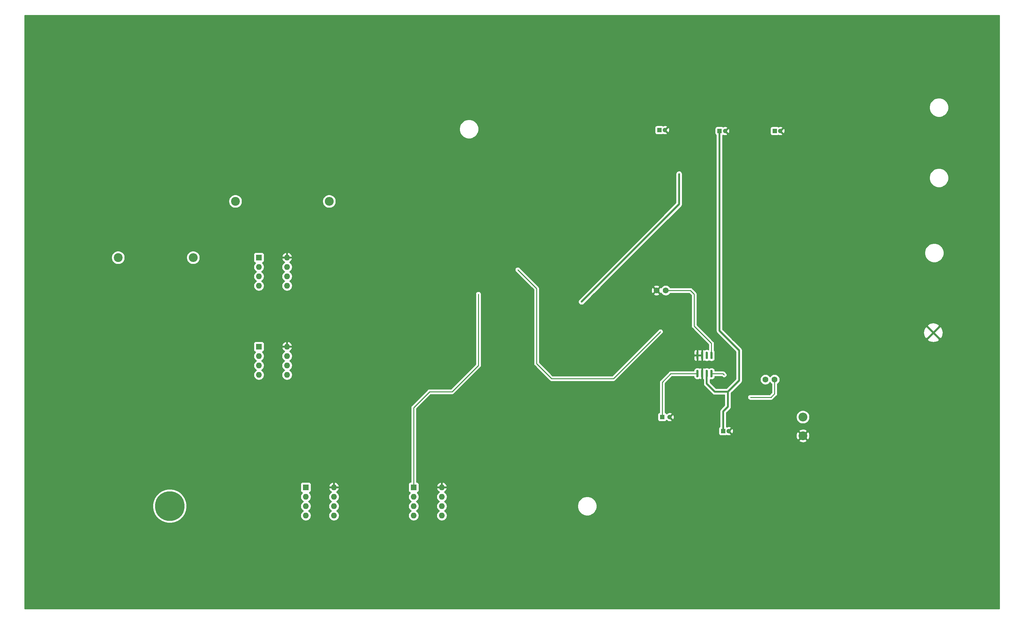
<source format=gbl>
%TF.GenerationSoftware,KiCad,Pcbnew,(5.1.8)-1*%
%TF.CreationDate,2020-12-17T20:59:30+05:45*%
%TF.ProjectId,pll_soc_testboard,706c6c5f-736f-4635-9f74-657374626f61,rev?*%
%TF.SameCoordinates,Original*%
%TF.FileFunction,Copper,L2,Bot*%
%TF.FilePolarity,Positive*%
%FSLAX46Y46*%
G04 Gerber Fmt 4.6, Leading zero omitted, Abs format (unit mm)*
G04 Created by KiCad (PCBNEW (5.1.8)-1) date 2020-12-17 20:59:30*
%MOMM*%
%LPD*%
G01*
G04 APERTURE LIST*
%TA.AperFunction,ComponentPad*%
%ADD10O,1.600000X1.600000*%
%TD*%
%TA.AperFunction,ComponentPad*%
%ADD11R,1.600000X1.600000*%
%TD*%
%TA.AperFunction,ComponentPad*%
%ADD12R,1.200000X1.200000*%
%TD*%
%TA.AperFunction,ComponentPad*%
%ADD13C,1.200000*%
%TD*%
%TA.AperFunction,ComponentPad*%
%ADD14C,1.600000*%
%TD*%
%TA.AperFunction,ComponentPad*%
%ADD15C,8.000000*%
%TD*%
%TA.AperFunction,ComponentPad*%
%ADD16O,2.400000X2.400000*%
%TD*%
%TA.AperFunction,ComponentPad*%
%ADD17C,2.400000*%
%TD*%
%TA.AperFunction,ViaPad*%
%ADD18C,0.030000*%
%TD*%
%TA.AperFunction,Conductor*%
%ADD19C,0.254000*%
%TD*%
%TA.AperFunction,Conductor*%
%ADD20C,0.508000*%
%TD*%
%TA.AperFunction,Conductor*%
%ADD21C,0.100000*%
%TD*%
G04 APERTURE END LIST*
D10*
%TO.P,U2B1,8*%
%TO.N,GPIO_0*%
X129794000Y-144272000D03*
%TO.P,U2B1,4*%
%TO.N,N/C*%
X122174000Y-151892000D03*
%TO.P,U2B1,7*%
X129794000Y-146812000D03*
%TO.P,U2B1,3*%
X122174000Y-149352000D03*
%TO.P,U2B1,6*%
%TO.N,Net-(U2B1-Pad6)*%
X129794000Y-149352000D03*
%TO.P,U2B1,2*%
%TO.N,+1V8*%
X122174000Y-146812000D03*
%TO.P,U2B1,5*%
%TO.N,N/C*%
X129794000Y-151892000D03*
D11*
%TO.P,U2B1,1*%
%TO.N,EN_CP*%
X122174000Y-144272000D03*
%TD*%
%TO.P,U2,1*%
%TO.N,EN_VCO*%
X92964000Y-144272000D03*
D10*
%TO.P,U2,5*%
%TO.N,N/C*%
X100584000Y-151892000D03*
%TO.P,U2,2*%
%TO.N,+1V8*%
X92964000Y-146812000D03*
%TO.P,U2,6*%
%TO.N,Net-(U2-Pad6)*%
X100584000Y-149352000D03*
%TO.P,U2,3*%
%TO.N,N/C*%
X92964000Y-149352000D03*
%TO.P,U2,7*%
X100584000Y-146812000D03*
%TO.P,U2,4*%
X92964000Y-151892000D03*
%TO.P,U2,8*%
%TO.N,GPIO_0*%
X100584000Y-144272000D03*
%TD*%
D12*
%TO.P,C1,1*%
%TO.N,+1V8*%
X188722000Y-47498000D03*
D13*
%TO.P,C1,2*%
%TO.N,GPIO_0*%
X190222000Y-47498000D03*
%TD*%
%TO.P,C2,2*%
%TO.N,GPIO_0*%
X221464000Y-47752000D03*
D12*
%TO.P,C2,1*%
%TO.N,+3V3*%
X219964000Y-47752000D03*
%TD*%
D13*
%TO.P,C3,2*%
%TO.N,GPIO_0*%
X191484000Y-125222000D03*
D12*
%TO.P,C3,1*%
%TO.N,CLK'*%
X189484000Y-125222000D03*
%TD*%
%TO.P,C4,1*%
%TO.N,+5V*%
X205002000Y-47752000D03*
D13*
%TO.P,C4,2*%
%TO.N,GPIO_0*%
X206502000Y-47752000D03*
%TD*%
D14*
%TO.P,C5,2*%
%TO.N,Net-(C5-Pad2)*%
X190460000Y-90932000D03*
%TO.P,C5,1*%
%TO.N,GPIO_0*%
X187960000Y-90932000D03*
%TD*%
%TO.P,C6,1*%
%TO.N,CLK*%
X217424000Y-115062000D03*
%TO.P,C6,2*%
%TO.N,Net-(C6-Pad2)*%
X219924000Y-115062000D03*
%TD*%
D13*
%TO.P,C7,2*%
%TO.N,GPIO_0*%
X207494000Y-129032000D03*
D12*
%TO.P,C7,1*%
%TO.N,+5V*%
X205994000Y-129032000D03*
%TD*%
D15*
%TO.P,H1,1*%
%TO.N,VCO_control_voltage*%
X56134000Y-149352000D03*
%TD*%
D16*
%TO.P,R1,2*%
%TO.N,Net-(R1-Pad2)*%
X62484000Y-82042000D03*
D17*
%TO.P,R1,1*%
%TO.N,+1V8*%
X42164000Y-82042000D03*
%TD*%
D16*
%TO.P,R2,2*%
%TO.N,B_VCO*%
X99314000Y-66802000D03*
D17*
%TO.P,R2,1*%
%TO.N,+1V8*%
X73914000Y-66802000D03*
%TD*%
D16*
%TO.P,R3,2*%
%TO.N,CLK*%
X227584000Y-125222000D03*
D17*
%TO.P,R3,1*%
%TO.N,GPIO_0*%
X227584000Y-130302000D03*
%TD*%
D10*
%TO.P,U1,8*%
%TO.N,GPIO_0*%
X87884000Y-106172000D03*
%TO.P,U1,4*%
%TO.N,N/C*%
X80264000Y-113792000D03*
%TO.P,U1,7*%
X87884000Y-108712000D03*
%TO.P,U1,3*%
X80264000Y-111252000D03*
%TO.P,U1,6*%
%TO.N,Net-(U1-Pad6)*%
X87884000Y-111252000D03*
%TO.P,U1,2*%
%TO.N,VCO_control_voltage*%
X80264000Y-108712000D03*
%TO.P,U1,5*%
%TO.N,N/C*%
X87884000Y-113792000D03*
D11*
%TO.P,U1,1*%
%TO.N,VCO_IN*%
X80264000Y-106172000D03*
%TD*%
%TO.P,U4,8*%
%TO.N,Net-(C5-Pad2)*%
%TA.AperFunction,SMDPad,CuDef*%
G36*
G01*
X202969000Y-109498000D02*
X202669000Y-109498000D01*
G75*
G02*
X202519000Y-109348000I0J150000D01*
G01*
X202519000Y-107698000D01*
G75*
G02*
X202669000Y-107548000I150000J0D01*
G01*
X202969000Y-107548000D01*
G75*
G02*
X203119000Y-107698000I0J-150000D01*
G01*
X203119000Y-109348000D01*
G75*
G02*
X202969000Y-109498000I-150000J0D01*
G01*
G37*
%TD.AperFunction*%
%TO.P,U4,7*%
%TO.N,Net-(U4-Pad7)*%
%TA.AperFunction,SMDPad,CuDef*%
G36*
G01*
X201699000Y-109498000D02*
X201399000Y-109498000D01*
G75*
G02*
X201249000Y-109348000I0J150000D01*
G01*
X201249000Y-107698000D01*
G75*
G02*
X201399000Y-107548000I150000J0D01*
G01*
X201699000Y-107548000D01*
G75*
G02*
X201849000Y-107698000I0J-150000D01*
G01*
X201849000Y-109348000D01*
G75*
G02*
X201699000Y-109498000I-150000J0D01*
G01*
G37*
%TD.AperFunction*%
%TO.P,U4,6*%
%TO.N,GPIO_0*%
%TA.AperFunction,SMDPad,CuDef*%
G36*
G01*
X200429000Y-109498000D02*
X200129000Y-109498000D01*
G75*
G02*
X199979000Y-109348000I0J150000D01*
G01*
X199979000Y-107698000D01*
G75*
G02*
X200129000Y-107548000I150000J0D01*
G01*
X200429000Y-107548000D01*
G75*
G02*
X200579000Y-107698000I0J-150000D01*
G01*
X200579000Y-109348000D01*
G75*
G02*
X200429000Y-109498000I-150000J0D01*
G01*
G37*
%TD.AperFunction*%
%TO.P,U4,5*%
%TA.AperFunction,SMDPad,CuDef*%
G36*
G01*
X199159000Y-109498000D02*
X198859000Y-109498000D01*
G75*
G02*
X198709000Y-109348000I0J150000D01*
G01*
X198709000Y-107698000D01*
G75*
G02*
X198859000Y-107548000I150000J0D01*
G01*
X199159000Y-107548000D01*
G75*
G02*
X199309000Y-107698000I0J-150000D01*
G01*
X199309000Y-109348000D01*
G75*
G02*
X199159000Y-109498000I-150000J0D01*
G01*
G37*
%TD.AperFunction*%
%TO.P,U4,4*%
%TO.N,CLK'*%
%TA.AperFunction,SMDPad,CuDef*%
G36*
G01*
X199159000Y-114448000D02*
X198859000Y-114448000D01*
G75*
G02*
X198709000Y-114298000I0J150000D01*
G01*
X198709000Y-112648000D01*
G75*
G02*
X198859000Y-112498000I150000J0D01*
G01*
X199159000Y-112498000D01*
G75*
G02*
X199309000Y-112648000I0J-150000D01*
G01*
X199309000Y-114298000D01*
G75*
G02*
X199159000Y-114448000I-150000J0D01*
G01*
G37*
%TD.AperFunction*%
%TO.P,U4,3*%
%TO.N,GPIO_0*%
%TA.AperFunction,SMDPad,CuDef*%
G36*
G01*
X200429000Y-114448000D02*
X200129000Y-114448000D01*
G75*
G02*
X199979000Y-114298000I0J150000D01*
G01*
X199979000Y-112648000D01*
G75*
G02*
X200129000Y-112498000I150000J0D01*
G01*
X200429000Y-112498000D01*
G75*
G02*
X200579000Y-112648000I0J-150000D01*
G01*
X200579000Y-114298000D01*
G75*
G02*
X200429000Y-114448000I-150000J0D01*
G01*
G37*
%TD.AperFunction*%
%TO.P,U4,2*%
%TO.N,+5V*%
%TA.AperFunction,SMDPad,CuDef*%
G36*
G01*
X201699000Y-114448000D02*
X201399000Y-114448000D01*
G75*
G02*
X201249000Y-114298000I0J150000D01*
G01*
X201249000Y-112648000D01*
G75*
G02*
X201399000Y-112498000I150000J0D01*
G01*
X201699000Y-112498000D01*
G75*
G02*
X201849000Y-112648000I0J-150000D01*
G01*
X201849000Y-114298000D01*
G75*
G02*
X201699000Y-114448000I-150000J0D01*
G01*
G37*
%TD.AperFunction*%
%TO.P,U4,1*%
%TO.N,Net-(C6-Pad2)*%
%TA.AperFunction,SMDPad,CuDef*%
G36*
G01*
X202969000Y-114448000D02*
X202669000Y-114448000D01*
G75*
G02*
X202519000Y-114298000I0J150000D01*
G01*
X202519000Y-112648000D01*
G75*
G02*
X202669000Y-112498000I150000J0D01*
G01*
X202969000Y-112498000D01*
G75*
G02*
X203119000Y-112648000I0J-150000D01*
G01*
X203119000Y-114298000D01*
G75*
G02*
X202969000Y-114448000I-150000J0D01*
G01*
G37*
%TD.AperFunction*%
%TD*%
%TO.P,U1B1,1*%
%TO.N,B_CP*%
X80264000Y-82042000D03*
D10*
%TO.P,U1B1,5*%
%TO.N,N/C*%
X87884000Y-89662000D03*
%TO.P,U1B1,2*%
%TO.N,Net-(R1-Pad2)*%
X80264000Y-84582000D03*
%TO.P,U1B1,6*%
%TO.N,Net-(U1B1-Pad6)*%
X87884000Y-87122000D03*
%TO.P,U1B1,3*%
%TO.N,N/C*%
X80264000Y-87122000D03*
%TO.P,U1B1,7*%
X87884000Y-84582000D03*
%TO.P,U1B1,4*%
X80264000Y-89662000D03*
%TO.P,U1B1,8*%
%TO.N,GPIO_0*%
X87884000Y-82042000D03*
%TD*%
D18*
%TO.N,GPIO_0*%
X136652000Y-101600000D03*
%TO.N,+3V3*%
X194056000Y-59436000D03*
X167640000Y-93980000D03*
X169926000Y-91694000D03*
%TO.N,+5V*%
X204724000Y-53340000D03*
%TO.N,Net-(C6-Pad2)*%
X213360000Y-119888000D03*
X206248000Y-113792000D03*
%TO.N,CLK*%
X150368000Y-85344000D03*
X188976000Y-102108000D03*
%TO.N,EN_CP*%
X139700000Y-91948000D03*
X139700000Y-91948000D03*
%TD*%
D19*
%TO.N,GPIO_0*%
X136652000Y-101600000D02*
X132588000Y-101600000D01*
D20*
%TO.N,+3V3*%
X194056000Y-59436000D02*
X194056000Y-67564000D01*
X194056000Y-67564000D02*
X189992000Y-71628000D01*
X169926000Y-91694000D02*
X167640000Y-93980000D01*
X189992000Y-71628000D02*
X169926000Y-91694000D01*
D19*
%TO.N,CLK'*%
X199009000Y-113473000D02*
X191835000Y-113473000D01*
X189484000Y-115824000D02*
X189484000Y-125222000D01*
X191835000Y-113473000D02*
X189484000Y-115824000D01*
D20*
%TO.N,+5V*%
X205002000Y-101878000D02*
X210312000Y-107188000D01*
X210312000Y-107188000D02*
X210312000Y-115316000D01*
X210312000Y-115316000D02*
X207264000Y-118364000D01*
X207264000Y-118364000D02*
X203708000Y-118364000D01*
X201549000Y-116205000D02*
X201549000Y-113473000D01*
X203708000Y-118364000D02*
X201549000Y-116205000D01*
X207264000Y-118364000D02*
X207264000Y-122428000D01*
X205994000Y-123698000D02*
X205994000Y-129032000D01*
X207264000Y-122428000D02*
X205994000Y-123698000D01*
X205002000Y-47752000D02*
X205002000Y-101878000D01*
D19*
%TO.N,Net-(C5-Pad2)*%
X202819000Y-108523000D02*
X202819000Y-105283000D01*
X202819000Y-105283000D02*
X198120000Y-100584000D01*
X198120000Y-100584000D02*
X198120000Y-91948000D01*
X197104000Y-90932000D02*
X190460000Y-90932000D01*
X198120000Y-91948000D02*
X197104000Y-90932000D01*
%TO.N,Net-(C6-Pad2)*%
X219924000Y-115062000D02*
X219924000Y-118912000D01*
X218948000Y-119888000D02*
X213360000Y-119888000D01*
X219924000Y-118912000D02*
X218948000Y-119888000D01*
X205929000Y-113473000D02*
X202819000Y-113473000D01*
X206248000Y-113792000D02*
X205929000Y-113473000D01*
%TO.N,CLK*%
X150368000Y-85344000D02*
X155448000Y-90424000D01*
X155448000Y-90424000D02*
X155448000Y-110744000D01*
X155448000Y-110744000D02*
X159512000Y-114808000D01*
X176276000Y-114808000D02*
X188976000Y-102108000D01*
X159512000Y-114808000D02*
X176276000Y-114808000D01*
%TO.N,EN_CP*%
X122174000Y-122682000D02*
X122174000Y-144272000D01*
X132588000Y-118364000D02*
X126492000Y-118364000D01*
X139700000Y-111252000D02*
X132588000Y-118364000D01*
X126492000Y-118364000D02*
X122174000Y-122682000D01*
X139700000Y-91948000D02*
X139700000Y-111252000D01*
%TD*%
%TO.N,GPIO_0*%
X280772000Y-177140000D02*
X16916000Y-177140000D01*
X16916000Y-148895492D01*
X51499000Y-148895492D01*
X51499000Y-149808508D01*
X51677120Y-150703980D01*
X52026516Y-151547496D01*
X52533760Y-152306640D01*
X53179360Y-152952240D01*
X53938504Y-153459484D01*
X54782020Y-153808880D01*
X55677492Y-153987000D01*
X56590508Y-153987000D01*
X57485980Y-153808880D01*
X58329496Y-153459484D01*
X59088640Y-152952240D01*
X59734240Y-152306640D01*
X60241484Y-151547496D01*
X60590880Y-150703980D01*
X60769000Y-149808508D01*
X60769000Y-148895492D01*
X60590880Y-148000020D01*
X60241484Y-147156504D01*
X59734240Y-146397360D01*
X59088640Y-145751760D01*
X58329496Y-145244516D01*
X57485980Y-144895120D01*
X56590508Y-144717000D01*
X55677492Y-144717000D01*
X54782020Y-144895120D01*
X53938504Y-145244516D01*
X53179360Y-145751760D01*
X52533760Y-146397360D01*
X52026516Y-147156504D01*
X51677120Y-148000020D01*
X51499000Y-148895492D01*
X16916000Y-148895492D01*
X16916000Y-143472000D01*
X91525928Y-143472000D01*
X91525928Y-145072000D01*
X91538188Y-145196482D01*
X91574498Y-145316180D01*
X91633463Y-145426494D01*
X91712815Y-145523185D01*
X91809506Y-145602537D01*
X91919820Y-145661502D01*
X92039518Y-145697812D01*
X92047961Y-145698643D01*
X91849363Y-145897241D01*
X91692320Y-146132273D01*
X91584147Y-146393426D01*
X91529000Y-146670665D01*
X91529000Y-146953335D01*
X91584147Y-147230574D01*
X91692320Y-147491727D01*
X91849363Y-147726759D01*
X92049241Y-147926637D01*
X92281759Y-148082000D01*
X92049241Y-148237363D01*
X91849363Y-148437241D01*
X91692320Y-148672273D01*
X91584147Y-148933426D01*
X91529000Y-149210665D01*
X91529000Y-149493335D01*
X91584147Y-149770574D01*
X91692320Y-150031727D01*
X91849363Y-150266759D01*
X92049241Y-150466637D01*
X92281759Y-150622000D01*
X92049241Y-150777363D01*
X91849363Y-150977241D01*
X91692320Y-151212273D01*
X91584147Y-151473426D01*
X91529000Y-151750665D01*
X91529000Y-152033335D01*
X91584147Y-152310574D01*
X91692320Y-152571727D01*
X91849363Y-152806759D01*
X92049241Y-153006637D01*
X92284273Y-153163680D01*
X92545426Y-153271853D01*
X92822665Y-153327000D01*
X93105335Y-153327000D01*
X93382574Y-153271853D01*
X93643727Y-153163680D01*
X93878759Y-153006637D01*
X94078637Y-152806759D01*
X94235680Y-152571727D01*
X94343853Y-152310574D01*
X94399000Y-152033335D01*
X94399000Y-151750665D01*
X94343853Y-151473426D01*
X94235680Y-151212273D01*
X94078637Y-150977241D01*
X93878759Y-150777363D01*
X93646241Y-150622000D01*
X93878759Y-150466637D01*
X94078637Y-150266759D01*
X94235680Y-150031727D01*
X94343853Y-149770574D01*
X94399000Y-149493335D01*
X94399000Y-149210665D01*
X94343853Y-148933426D01*
X94235680Y-148672273D01*
X94078637Y-148437241D01*
X93878759Y-148237363D01*
X93646241Y-148082000D01*
X93878759Y-147926637D01*
X94078637Y-147726759D01*
X94235680Y-147491727D01*
X94343853Y-147230574D01*
X94399000Y-146953335D01*
X94399000Y-146670665D01*
X99149000Y-146670665D01*
X99149000Y-146953335D01*
X99204147Y-147230574D01*
X99312320Y-147491727D01*
X99469363Y-147726759D01*
X99669241Y-147926637D01*
X99901759Y-148082000D01*
X99669241Y-148237363D01*
X99469363Y-148437241D01*
X99312320Y-148672273D01*
X99204147Y-148933426D01*
X99149000Y-149210665D01*
X99149000Y-149493335D01*
X99204147Y-149770574D01*
X99312320Y-150031727D01*
X99469363Y-150266759D01*
X99669241Y-150466637D01*
X99901759Y-150622000D01*
X99669241Y-150777363D01*
X99469363Y-150977241D01*
X99312320Y-151212273D01*
X99204147Y-151473426D01*
X99149000Y-151750665D01*
X99149000Y-152033335D01*
X99204147Y-152310574D01*
X99312320Y-152571727D01*
X99469363Y-152806759D01*
X99669241Y-153006637D01*
X99904273Y-153163680D01*
X100165426Y-153271853D01*
X100442665Y-153327000D01*
X100725335Y-153327000D01*
X101002574Y-153271853D01*
X101263727Y-153163680D01*
X101498759Y-153006637D01*
X101698637Y-152806759D01*
X101855680Y-152571727D01*
X101963853Y-152310574D01*
X102019000Y-152033335D01*
X102019000Y-151750665D01*
X101963853Y-151473426D01*
X101855680Y-151212273D01*
X101698637Y-150977241D01*
X101498759Y-150777363D01*
X101266241Y-150622000D01*
X101498759Y-150466637D01*
X101698637Y-150266759D01*
X101855680Y-150031727D01*
X101963853Y-149770574D01*
X102019000Y-149493335D01*
X102019000Y-149210665D01*
X101963853Y-148933426D01*
X101855680Y-148672273D01*
X101698637Y-148437241D01*
X101498759Y-148237363D01*
X101266241Y-148082000D01*
X101498759Y-147926637D01*
X101698637Y-147726759D01*
X101855680Y-147491727D01*
X101963853Y-147230574D01*
X102019000Y-146953335D01*
X102019000Y-146670665D01*
X101963853Y-146393426D01*
X101855680Y-146132273D01*
X101698637Y-145897241D01*
X101498759Y-145697363D01*
X101263727Y-145540320D01*
X101253135Y-145535933D01*
X101439131Y-145424385D01*
X101647519Y-145235414D01*
X101815037Y-145009420D01*
X101935246Y-144755087D01*
X101975904Y-144621039D01*
X101853915Y-144399000D01*
X100711000Y-144399000D01*
X100711000Y-144419000D01*
X100457000Y-144419000D01*
X100457000Y-144399000D01*
X99314085Y-144399000D01*
X99192096Y-144621039D01*
X99232754Y-144755087D01*
X99352963Y-145009420D01*
X99520481Y-145235414D01*
X99728869Y-145424385D01*
X99914865Y-145535933D01*
X99904273Y-145540320D01*
X99669241Y-145697363D01*
X99469363Y-145897241D01*
X99312320Y-146132273D01*
X99204147Y-146393426D01*
X99149000Y-146670665D01*
X94399000Y-146670665D01*
X94343853Y-146393426D01*
X94235680Y-146132273D01*
X94078637Y-145897241D01*
X93880039Y-145698643D01*
X93888482Y-145697812D01*
X94008180Y-145661502D01*
X94118494Y-145602537D01*
X94215185Y-145523185D01*
X94294537Y-145426494D01*
X94353502Y-145316180D01*
X94389812Y-145196482D01*
X94402072Y-145072000D01*
X94402072Y-143922961D01*
X99192096Y-143922961D01*
X99314085Y-144145000D01*
X100457000Y-144145000D01*
X100457000Y-143001376D01*
X100711000Y-143001376D01*
X100711000Y-144145000D01*
X101853915Y-144145000D01*
X101975904Y-143922961D01*
X101935246Y-143788913D01*
X101815037Y-143534580D01*
X101768650Y-143472000D01*
X120735928Y-143472000D01*
X120735928Y-145072000D01*
X120748188Y-145196482D01*
X120784498Y-145316180D01*
X120843463Y-145426494D01*
X120922815Y-145523185D01*
X121019506Y-145602537D01*
X121129820Y-145661502D01*
X121249518Y-145697812D01*
X121257961Y-145698643D01*
X121059363Y-145897241D01*
X120902320Y-146132273D01*
X120794147Y-146393426D01*
X120739000Y-146670665D01*
X120739000Y-146953335D01*
X120794147Y-147230574D01*
X120902320Y-147491727D01*
X121059363Y-147726759D01*
X121259241Y-147926637D01*
X121491759Y-148082000D01*
X121259241Y-148237363D01*
X121059363Y-148437241D01*
X120902320Y-148672273D01*
X120794147Y-148933426D01*
X120739000Y-149210665D01*
X120739000Y-149493335D01*
X120794147Y-149770574D01*
X120902320Y-150031727D01*
X121059363Y-150266759D01*
X121259241Y-150466637D01*
X121491759Y-150622000D01*
X121259241Y-150777363D01*
X121059363Y-150977241D01*
X120902320Y-151212273D01*
X120794147Y-151473426D01*
X120739000Y-151750665D01*
X120739000Y-152033335D01*
X120794147Y-152310574D01*
X120902320Y-152571727D01*
X121059363Y-152806759D01*
X121259241Y-153006637D01*
X121494273Y-153163680D01*
X121755426Y-153271853D01*
X122032665Y-153327000D01*
X122315335Y-153327000D01*
X122592574Y-153271853D01*
X122853727Y-153163680D01*
X123088759Y-153006637D01*
X123288637Y-152806759D01*
X123445680Y-152571727D01*
X123553853Y-152310574D01*
X123609000Y-152033335D01*
X123609000Y-151750665D01*
X123553853Y-151473426D01*
X123445680Y-151212273D01*
X123288637Y-150977241D01*
X123088759Y-150777363D01*
X122856241Y-150622000D01*
X123088759Y-150466637D01*
X123288637Y-150266759D01*
X123445680Y-150031727D01*
X123553853Y-149770574D01*
X123609000Y-149493335D01*
X123609000Y-149210665D01*
X123553853Y-148933426D01*
X123445680Y-148672273D01*
X123288637Y-148437241D01*
X123088759Y-148237363D01*
X122856241Y-148082000D01*
X123088759Y-147926637D01*
X123288637Y-147726759D01*
X123445680Y-147491727D01*
X123553853Y-147230574D01*
X123609000Y-146953335D01*
X123609000Y-146670665D01*
X128359000Y-146670665D01*
X128359000Y-146953335D01*
X128414147Y-147230574D01*
X128522320Y-147491727D01*
X128679363Y-147726759D01*
X128879241Y-147926637D01*
X129111759Y-148082000D01*
X128879241Y-148237363D01*
X128679363Y-148437241D01*
X128522320Y-148672273D01*
X128414147Y-148933426D01*
X128359000Y-149210665D01*
X128359000Y-149493335D01*
X128414147Y-149770574D01*
X128522320Y-150031727D01*
X128679363Y-150266759D01*
X128879241Y-150466637D01*
X129111759Y-150622000D01*
X128879241Y-150777363D01*
X128679363Y-150977241D01*
X128522320Y-151212273D01*
X128414147Y-151473426D01*
X128359000Y-151750665D01*
X128359000Y-152033335D01*
X128414147Y-152310574D01*
X128522320Y-152571727D01*
X128679363Y-152806759D01*
X128879241Y-153006637D01*
X129114273Y-153163680D01*
X129375426Y-153271853D01*
X129652665Y-153327000D01*
X129935335Y-153327000D01*
X130212574Y-153271853D01*
X130473727Y-153163680D01*
X130708759Y-153006637D01*
X130908637Y-152806759D01*
X131065680Y-152571727D01*
X131173853Y-152310574D01*
X131229000Y-152033335D01*
X131229000Y-151750665D01*
X131173853Y-151473426D01*
X131065680Y-151212273D01*
X130908637Y-150977241D01*
X130708759Y-150777363D01*
X130476241Y-150622000D01*
X130708759Y-150466637D01*
X130908637Y-150266759D01*
X131065680Y-150031727D01*
X131173853Y-149770574D01*
X131229000Y-149493335D01*
X131229000Y-149210665D01*
X131205491Y-149092475D01*
X166529000Y-149092475D01*
X166529000Y-149611525D01*
X166630261Y-150120601D01*
X166828893Y-150600141D01*
X167117262Y-151031715D01*
X167484285Y-151398738D01*
X167915859Y-151687107D01*
X168395399Y-151885739D01*
X168904475Y-151987000D01*
X169423525Y-151987000D01*
X169932601Y-151885739D01*
X170412141Y-151687107D01*
X170843715Y-151398738D01*
X171210738Y-151031715D01*
X171499107Y-150600141D01*
X171697739Y-150120601D01*
X171799000Y-149611525D01*
X171799000Y-149092475D01*
X171697739Y-148583399D01*
X171499107Y-148103859D01*
X171210738Y-147672285D01*
X170843715Y-147305262D01*
X170412141Y-147016893D01*
X169932601Y-146818261D01*
X169423525Y-146717000D01*
X168904475Y-146717000D01*
X168395399Y-146818261D01*
X167915859Y-147016893D01*
X167484285Y-147305262D01*
X167117262Y-147672285D01*
X166828893Y-148103859D01*
X166630261Y-148583399D01*
X166529000Y-149092475D01*
X131205491Y-149092475D01*
X131173853Y-148933426D01*
X131065680Y-148672273D01*
X130908637Y-148437241D01*
X130708759Y-148237363D01*
X130476241Y-148082000D01*
X130708759Y-147926637D01*
X130908637Y-147726759D01*
X131065680Y-147491727D01*
X131173853Y-147230574D01*
X131229000Y-146953335D01*
X131229000Y-146670665D01*
X131173853Y-146393426D01*
X131065680Y-146132273D01*
X130908637Y-145897241D01*
X130708759Y-145697363D01*
X130473727Y-145540320D01*
X130463135Y-145535933D01*
X130649131Y-145424385D01*
X130857519Y-145235414D01*
X131025037Y-145009420D01*
X131145246Y-144755087D01*
X131185904Y-144621039D01*
X131063915Y-144399000D01*
X129921000Y-144399000D01*
X129921000Y-144419000D01*
X129667000Y-144419000D01*
X129667000Y-144399000D01*
X128524085Y-144399000D01*
X128402096Y-144621039D01*
X128442754Y-144755087D01*
X128562963Y-145009420D01*
X128730481Y-145235414D01*
X128938869Y-145424385D01*
X129124865Y-145535933D01*
X129114273Y-145540320D01*
X128879241Y-145697363D01*
X128679363Y-145897241D01*
X128522320Y-146132273D01*
X128414147Y-146393426D01*
X128359000Y-146670665D01*
X123609000Y-146670665D01*
X123553853Y-146393426D01*
X123445680Y-146132273D01*
X123288637Y-145897241D01*
X123090039Y-145698643D01*
X123098482Y-145697812D01*
X123218180Y-145661502D01*
X123328494Y-145602537D01*
X123425185Y-145523185D01*
X123504537Y-145426494D01*
X123563502Y-145316180D01*
X123599812Y-145196482D01*
X123612072Y-145072000D01*
X123612072Y-143922961D01*
X128402096Y-143922961D01*
X128524085Y-144145000D01*
X129667000Y-144145000D01*
X129667000Y-143001376D01*
X129921000Y-143001376D01*
X129921000Y-144145000D01*
X131063915Y-144145000D01*
X131185904Y-143922961D01*
X131145246Y-143788913D01*
X131025037Y-143534580D01*
X130857519Y-143308586D01*
X130649131Y-143119615D01*
X130407881Y-142974930D01*
X130143040Y-142880091D01*
X129921000Y-143001376D01*
X129667000Y-143001376D01*
X129444960Y-142880091D01*
X129180119Y-142974930D01*
X128938869Y-143119615D01*
X128730481Y-143308586D01*
X128562963Y-143534580D01*
X128442754Y-143788913D01*
X128402096Y-143922961D01*
X123612072Y-143922961D01*
X123612072Y-143472000D01*
X123599812Y-143347518D01*
X123563502Y-143227820D01*
X123504537Y-143117506D01*
X123425185Y-143020815D01*
X123328494Y-142941463D01*
X123218180Y-142882498D01*
X123098482Y-142846188D01*
X122974000Y-142833928D01*
X122936000Y-142833928D01*
X122936000Y-131579980D01*
X226485626Y-131579980D01*
X226605514Y-131864836D01*
X226929210Y-132025699D01*
X227278069Y-132120322D01*
X227638684Y-132145067D01*
X227997198Y-132098985D01*
X228339833Y-131983846D01*
X228562486Y-131864836D01*
X228682374Y-131579980D01*
X227584000Y-130481605D01*
X226485626Y-131579980D01*
X122936000Y-131579980D01*
X122936000Y-130356684D01*
X225740933Y-130356684D01*
X225787015Y-130715198D01*
X225902154Y-131057833D01*
X226021164Y-131280486D01*
X226306020Y-131400374D01*
X227404395Y-130302000D01*
X227763605Y-130302000D01*
X228861980Y-131400374D01*
X229146836Y-131280486D01*
X229307699Y-130956790D01*
X229402322Y-130607931D01*
X229427067Y-130247316D01*
X229380985Y-129888802D01*
X229265846Y-129546167D01*
X229146836Y-129323514D01*
X228861980Y-129203626D01*
X227763605Y-130302000D01*
X227404395Y-130302000D01*
X226306020Y-129203626D01*
X226021164Y-129323514D01*
X225860301Y-129647210D01*
X225765678Y-129996069D01*
X225740933Y-130356684D01*
X122936000Y-130356684D01*
X122936000Y-124622000D01*
X188245928Y-124622000D01*
X188245928Y-125822000D01*
X188258188Y-125946482D01*
X188294498Y-126066180D01*
X188353463Y-126176494D01*
X188432815Y-126273185D01*
X188529506Y-126352537D01*
X188639820Y-126411502D01*
X188759518Y-126447812D01*
X188884000Y-126460072D01*
X190084000Y-126460072D01*
X190208482Y-126447812D01*
X190328180Y-126411502D01*
X190438494Y-126352537D01*
X190535185Y-126273185D01*
X190614537Y-126176494D01*
X190638858Y-126130994D01*
X190696736Y-126188872D01*
X190813842Y-126071766D01*
X190861148Y-126295348D01*
X191082516Y-126396237D01*
X191319313Y-126452000D01*
X191562438Y-126460495D01*
X191802549Y-126421395D01*
X192030418Y-126336202D01*
X192106852Y-126295348D01*
X192154159Y-126071764D01*
X191484000Y-125401605D01*
X191469858Y-125415748D01*
X191290253Y-125236143D01*
X191304395Y-125222000D01*
X191663605Y-125222000D01*
X192333764Y-125892159D01*
X192557348Y-125844852D01*
X192658237Y-125623484D01*
X192714000Y-125386687D01*
X192722495Y-125143562D01*
X192683395Y-124903451D01*
X192598202Y-124675582D01*
X192557348Y-124599148D01*
X192333764Y-124551841D01*
X191663605Y-125222000D01*
X191304395Y-125222000D01*
X191290253Y-125207858D01*
X191469858Y-125028253D01*
X191484000Y-125042395D01*
X192154159Y-124372236D01*
X192106852Y-124148652D01*
X191885484Y-124047763D01*
X191648687Y-123992000D01*
X191405562Y-123983505D01*
X191165451Y-124022605D01*
X190937582Y-124107798D01*
X190861148Y-124148652D01*
X190813842Y-124372234D01*
X190696736Y-124255128D01*
X190638858Y-124313006D01*
X190614537Y-124267506D01*
X190535185Y-124170815D01*
X190438494Y-124091463D01*
X190328180Y-124032498D01*
X190246000Y-124007569D01*
X190246000Y-116139630D01*
X192150631Y-114235000D01*
X198070928Y-114235000D01*
X198070928Y-114298000D01*
X198086071Y-114451745D01*
X198130916Y-114599582D01*
X198203742Y-114735829D01*
X198301749Y-114855251D01*
X198421171Y-114953258D01*
X198557418Y-115026084D01*
X198705255Y-115070929D01*
X198859000Y-115086072D01*
X199159000Y-115086072D01*
X199312745Y-115070929D01*
X199460582Y-115026084D01*
X199594936Y-114954270D01*
X199624506Y-114978537D01*
X199734820Y-115037502D01*
X199854518Y-115073812D01*
X199979000Y-115086072D01*
X199993250Y-115083000D01*
X200152000Y-114924250D01*
X200152000Y-113600000D01*
X200132000Y-113600000D01*
X200132000Y-113346000D01*
X200152000Y-113346000D01*
X200152000Y-112021750D01*
X200406000Y-112021750D01*
X200406000Y-113346000D01*
X200426000Y-113346000D01*
X200426000Y-113600000D01*
X200406000Y-113600000D01*
X200406000Y-114924250D01*
X200564750Y-115083000D01*
X200579000Y-115086072D01*
X200660000Y-115078094D01*
X200660000Y-116161340D01*
X200655700Y-116205000D01*
X200660000Y-116248660D01*
X200660000Y-116248666D01*
X200672864Y-116379273D01*
X200723697Y-116546850D01*
X200806247Y-116701290D01*
X200917341Y-116836659D01*
X200951264Y-116864499D01*
X203048506Y-118961742D01*
X203076341Y-118995659D01*
X203211709Y-119106753D01*
X203366149Y-119189303D01*
X203417952Y-119205017D01*
X203533724Y-119240136D01*
X203566924Y-119243406D01*
X203664333Y-119253000D01*
X203664339Y-119253000D01*
X203707999Y-119257300D01*
X203751659Y-119253000D01*
X206375000Y-119253000D01*
X206375001Y-122059763D01*
X205396264Y-123038501D01*
X205362341Y-123066341D01*
X205251247Y-123201710D01*
X205168697Y-123356150D01*
X205117864Y-123523727D01*
X205105000Y-123654334D01*
X205105000Y-123654340D01*
X205100700Y-123698000D01*
X205105000Y-123741660D01*
X205105001Y-127866455D01*
X205039506Y-127901463D01*
X204942815Y-127980815D01*
X204863463Y-128077506D01*
X204804498Y-128187820D01*
X204768188Y-128307518D01*
X204755928Y-128432000D01*
X204755928Y-129632000D01*
X204768188Y-129756482D01*
X204804498Y-129876180D01*
X204863463Y-129986494D01*
X204942815Y-130083185D01*
X205039506Y-130162537D01*
X205149820Y-130221502D01*
X205269518Y-130257812D01*
X205394000Y-130270072D01*
X206594000Y-130270072D01*
X206718482Y-130257812D01*
X206838180Y-130221502D01*
X206948494Y-130162537D01*
X206965681Y-130148432D01*
X207092516Y-130206237D01*
X207329313Y-130262000D01*
X207572438Y-130270495D01*
X207812549Y-130231395D01*
X208040418Y-130146202D01*
X208116852Y-130105348D01*
X208164159Y-129881764D01*
X207494000Y-129211605D01*
X207479858Y-129225748D01*
X207300253Y-129046143D01*
X207314395Y-129032000D01*
X207673605Y-129032000D01*
X208343764Y-129702159D01*
X208567348Y-129654852D01*
X208668237Y-129433484D01*
X208724000Y-129196687D01*
X208730033Y-129024020D01*
X226485626Y-129024020D01*
X227584000Y-130122395D01*
X228682374Y-129024020D01*
X228562486Y-128739164D01*
X228238790Y-128578301D01*
X227889931Y-128483678D01*
X227529316Y-128458933D01*
X227170802Y-128505015D01*
X226828167Y-128620154D01*
X226605514Y-128739164D01*
X226485626Y-129024020D01*
X208730033Y-129024020D01*
X208732495Y-128953562D01*
X208693395Y-128713451D01*
X208608202Y-128485582D01*
X208567348Y-128409148D01*
X208343764Y-128361841D01*
X207673605Y-129032000D01*
X207314395Y-129032000D01*
X207300253Y-129017858D01*
X207479858Y-128838253D01*
X207494000Y-128852395D01*
X208164159Y-128182236D01*
X208116852Y-127958652D01*
X207895484Y-127857763D01*
X207658687Y-127802000D01*
X207415562Y-127793505D01*
X207175451Y-127832605D01*
X206961883Y-127912451D01*
X206948494Y-127901463D01*
X206883000Y-127866455D01*
X206883000Y-125041268D01*
X225749000Y-125041268D01*
X225749000Y-125402732D01*
X225819518Y-125757250D01*
X225957844Y-126091199D01*
X226158662Y-126391744D01*
X226414256Y-126647338D01*
X226714801Y-126848156D01*
X227048750Y-126986482D01*
X227403268Y-127057000D01*
X227764732Y-127057000D01*
X228119250Y-126986482D01*
X228453199Y-126848156D01*
X228753744Y-126647338D01*
X229009338Y-126391744D01*
X229210156Y-126091199D01*
X229348482Y-125757250D01*
X229419000Y-125402732D01*
X229419000Y-125041268D01*
X229348482Y-124686750D01*
X229210156Y-124352801D01*
X229009338Y-124052256D01*
X228753744Y-123796662D01*
X228453199Y-123595844D01*
X228119250Y-123457518D01*
X227764732Y-123387000D01*
X227403268Y-123387000D01*
X227048750Y-123457518D01*
X226714801Y-123595844D01*
X226414256Y-123796662D01*
X226158662Y-124052256D01*
X225957844Y-124352801D01*
X225819518Y-124686750D01*
X225749000Y-125041268D01*
X206883000Y-125041268D01*
X206883000Y-124066235D01*
X207861741Y-123087494D01*
X207895659Y-123059659D01*
X208006753Y-122924291D01*
X208089303Y-122769851D01*
X208115952Y-122682000D01*
X208140136Y-122602276D01*
X208146996Y-122532622D01*
X208153000Y-122471667D01*
X208153000Y-122471661D01*
X208157300Y-122428001D01*
X208153000Y-122384341D01*
X208153000Y-119888000D01*
X212594314Y-119888000D01*
X212609026Y-120037378D01*
X212652598Y-120181015D01*
X212723355Y-120313392D01*
X212818578Y-120429422D01*
X212934608Y-120524645D01*
X213066985Y-120595402D01*
X213210622Y-120638974D01*
X213322574Y-120650000D01*
X218910577Y-120650000D01*
X218948000Y-120653686D01*
X218985423Y-120650000D01*
X218985426Y-120650000D01*
X219097378Y-120638974D01*
X219241015Y-120595402D01*
X219373392Y-120524645D01*
X219489422Y-120429422D01*
X219513284Y-120400346D01*
X220436351Y-119477279D01*
X220465422Y-119453422D01*
X220560645Y-119337392D01*
X220631402Y-119205015D01*
X220674974Y-119061378D01*
X220686000Y-118949426D01*
X220686000Y-118949424D01*
X220689686Y-118912001D01*
X220686000Y-118874578D01*
X220686000Y-116278707D01*
X220838759Y-116176637D01*
X221038637Y-115976759D01*
X221195680Y-115741727D01*
X221303853Y-115480574D01*
X221359000Y-115203335D01*
X221359000Y-114920665D01*
X221303853Y-114643426D01*
X221195680Y-114382273D01*
X221038637Y-114147241D01*
X220838759Y-113947363D01*
X220603727Y-113790320D01*
X220342574Y-113682147D01*
X220065335Y-113627000D01*
X219782665Y-113627000D01*
X219505426Y-113682147D01*
X219244273Y-113790320D01*
X219009241Y-113947363D01*
X218809363Y-114147241D01*
X218674000Y-114349827D01*
X218538637Y-114147241D01*
X218338759Y-113947363D01*
X218103727Y-113790320D01*
X217842574Y-113682147D01*
X217565335Y-113627000D01*
X217282665Y-113627000D01*
X217005426Y-113682147D01*
X216744273Y-113790320D01*
X216509241Y-113947363D01*
X216309363Y-114147241D01*
X216152320Y-114382273D01*
X216044147Y-114643426D01*
X215989000Y-114920665D01*
X215989000Y-115203335D01*
X216044147Y-115480574D01*
X216152320Y-115741727D01*
X216309363Y-115976759D01*
X216509241Y-116176637D01*
X216744273Y-116333680D01*
X217005426Y-116441853D01*
X217282665Y-116497000D01*
X217565335Y-116497000D01*
X217842574Y-116441853D01*
X218103727Y-116333680D01*
X218338759Y-116176637D01*
X218538637Y-115976759D01*
X218674000Y-115774173D01*
X218809363Y-115976759D01*
X219009241Y-116176637D01*
X219162000Y-116278707D01*
X219162001Y-118596368D01*
X218632370Y-119126000D01*
X213322574Y-119126000D01*
X213210622Y-119137026D01*
X213066985Y-119180598D01*
X212934608Y-119251355D01*
X212818578Y-119346578D01*
X212723355Y-119462608D01*
X212652598Y-119594985D01*
X212609026Y-119738622D01*
X212594314Y-119888000D01*
X208153000Y-119888000D01*
X208153000Y-118732235D01*
X210909742Y-115975494D01*
X210943659Y-115947659D01*
X211054753Y-115812291D01*
X211137303Y-115657851D01*
X211171382Y-115545505D01*
X211188136Y-115490275D01*
X211197164Y-115398609D01*
X211201000Y-115359667D01*
X211201000Y-115359660D01*
X211205300Y-115316000D01*
X211201000Y-115272340D01*
X211201000Y-107231659D01*
X211205300Y-107187999D01*
X211201000Y-107144339D01*
X211201000Y-107144333D01*
X211188136Y-107013726D01*
X211137303Y-106846149D01*
X211054753Y-106691709D01*
X210943659Y-106556341D01*
X210909743Y-106528507D01*
X208590735Y-104209499D01*
X261222106Y-104209499D01*
X261438228Y-104576258D01*
X261898105Y-104816938D01*
X262396098Y-104963275D01*
X262913071Y-105009648D01*
X263429159Y-104954273D01*
X263924526Y-104799279D01*
X264341772Y-104576258D01*
X264557894Y-104209499D01*
X262890000Y-102541605D01*
X261222106Y-104209499D01*
X208590735Y-104209499D01*
X206766307Y-102385071D01*
X260242352Y-102385071D01*
X260297727Y-102901159D01*
X260452721Y-103396526D01*
X260675742Y-103813772D01*
X261042501Y-104029894D01*
X262710395Y-102362000D01*
X263069605Y-102362000D01*
X264737499Y-104029894D01*
X265104258Y-103813772D01*
X265344938Y-103353895D01*
X265491275Y-102855902D01*
X265537648Y-102338929D01*
X265482273Y-101822841D01*
X265327279Y-101327474D01*
X265104258Y-100910228D01*
X264737499Y-100694106D01*
X263069605Y-102362000D01*
X262710395Y-102362000D01*
X261042501Y-100694106D01*
X260675742Y-100910228D01*
X260435062Y-101370105D01*
X260288725Y-101868098D01*
X260242352Y-102385071D01*
X206766307Y-102385071D01*
X205891000Y-101509765D01*
X205891000Y-100514501D01*
X261222106Y-100514501D01*
X262890000Y-102182395D01*
X264557894Y-100514501D01*
X264341772Y-100147742D01*
X263881895Y-99907062D01*
X263383902Y-99760725D01*
X262866929Y-99714352D01*
X262350841Y-99769727D01*
X261855474Y-99924721D01*
X261438228Y-100147742D01*
X261222106Y-100514501D01*
X205891000Y-100514501D01*
X205891000Y-80512475D01*
X260509000Y-80512475D01*
X260509000Y-81031525D01*
X260610261Y-81540601D01*
X260808893Y-82020141D01*
X261097262Y-82451715D01*
X261464285Y-82818738D01*
X261895859Y-83107107D01*
X262375399Y-83305739D01*
X262884475Y-83407000D01*
X263403525Y-83407000D01*
X263912601Y-83305739D01*
X264392141Y-83107107D01*
X264823715Y-82818738D01*
X265190738Y-82451715D01*
X265479107Y-82020141D01*
X265677739Y-81540601D01*
X265779000Y-81031525D01*
X265779000Y-80512475D01*
X265677739Y-80003399D01*
X265479107Y-79523859D01*
X265190738Y-79092285D01*
X264823715Y-78725262D01*
X264392141Y-78436893D01*
X263912601Y-78238261D01*
X263403525Y-78137000D01*
X262884475Y-78137000D01*
X262375399Y-78238261D01*
X261895859Y-78436893D01*
X261464285Y-78725262D01*
X261097262Y-79092285D01*
X260808893Y-79523859D01*
X260610261Y-80003399D01*
X260509000Y-80512475D01*
X205891000Y-80512475D01*
X205891000Y-60192475D01*
X261779000Y-60192475D01*
X261779000Y-60711525D01*
X261880261Y-61220601D01*
X262078893Y-61700141D01*
X262367262Y-62131715D01*
X262734285Y-62498738D01*
X263165859Y-62787107D01*
X263645399Y-62985739D01*
X264154475Y-63087000D01*
X264673525Y-63087000D01*
X265182601Y-62985739D01*
X265662141Y-62787107D01*
X266093715Y-62498738D01*
X266460738Y-62131715D01*
X266749107Y-61700141D01*
X266947739Y-61220601D01*
X267049000Y-60711525D01*
X267049000Y-60192475D01*
X266947739Y-59683399D01*
X266749107Y-59203859D01*
X266460738Y-58772285D01*
X266093715Y-58405262D01*
X265662141Y-58116893D01*
X265182601Y-57918261D01*
X264673525Y-57817000D01*
X264154475Y-57817000D01*
X263645399Y-57918261D01*
X263165859Y-58116893D01*
X262734285Y-58405262D01*
X262367262Y-58772285D01*
X262078893Y-59203859D01*
X261880261Y-59683399D01*
X261779000Y-60192475D01*
X205891000Y-60192475D01*
X205891000Y-48917545D01*
X205956494Y-48882537D01*
X205973681Y-48868432D01*
X206100516Y-48926237D01*
X206337313Y-48982000D01*
X206580438Y-48990495D01*
X206820549Y-48951395D01*
X207048418Y-48866202D01*
X207124852Y-48825348D01*
X207172159Y-48601764D01*
X206502000Y-47931605D01*
X206487858Y-47945748D01*
X206308253Y-47766143D01*
X206322395Y-47752000D01*
X206681605Y-47752000D01*
X207351764Y-48422159D01*
X207575348Y-48374852D01*
X207676237Y-48153484D01*
X207732000Y-47916687D01*
X207740495Y-47673562D01*
X207701395Y-47433451D01*
X207616202Y-47205582D01*
X207587563Y-47152000D01*
X218725928Y-47152000D01*
X218725928Y-48352000D01*
X218738188Y-48476482D01*
X218774498Y-48596180D01*
X218833463Y-48706494D01*
X218912815Y-48803185D01*
X219009506Y-48882537D01*
X219119820Y-48941502D01*
X219239518Y-48977812D01*
X219364000Y-48990072D01*
X220564000Y-48990072D01*
X220688482Y-48977812D01*
X220808180Y-48941502D01*
X220918494Y-48882537D01*
X220935681Y-48868432D01*
X221062516Y-48926237D01*
X221299313Y-48982000D01*
X221542438Y-48990495D01*
X221782549Y-48951395D01*
X222010418Y-48866202D01*
X222086852Y-48825348D01*
X222134159Y-48601764D01*
X221464000Y-47931605D01*
X221449858Y-47945748D01*
X221270253Y-47766143D01*
X221284395Y-47752000D01*
X221643605Y-47752000D01*
X222313764Y-48422159D01*
X222537348Y-48374852D01*
X222638237Y-48153484D01*
X222694000Y-47916687D01*
X222702495Y-47673562D01*
X222663395Y-47433451D01*
X222578202Y-47205582D01*
X222537348Y-47129148D01*
X222313764Y-47081841D01*
X221643605Y-47752000D01*
X221284395Y-47752000D01*
X221270253Y-47737858D01*
X221449858Y-47558253D01*
X221464000Y-47572395D01*
X222134159Y-46902236D01*
X222086852Y-46678652D01*
X221865484Y-46577763D01*
X221628687Y-46522000D01*
X221385562Y-46513505D01*
X221145451Y-46552605D01*
X220931883Y-46632451D01*
X220918494Y-46621463D01*
X220808180Y-46562498D01*
X220688482Y-46526188D01*
X220564000Y-46513928D01*
X219364000Y-46513928D01*
X219239518Y-46526188D01*
X219119820Y-46562498D01*
X219009506Y-46621463D01*
X218912815Y-46700815D01*
X218833463Y-46797506D01*
X218774498Y-46907820D01*
X218738188Y-47027518D01*
X218725928Y-47152000D01*
X207587563Y-47152000D01*
X207575348Y-47129148D01*
X207351764Y-47081841D01*
X206681605Y-47752000D01*
X206322395Y-47752000D01*
X206308253Y-47737858D01*
X206487858Y-47558253D01*
X206502000Y-47572395D01*
X207172159Y-46902236D01*
X207124852Y-46678652D01*
X206903484Y-46577763D01*
X206666687Y-46522000D01*
X206423562Y-46513505D01*
X206183451Y-46552605D01*
X205969883Y-46632451D01*
X205956494Y-46621463D01*
X205846180Y-46562498D01*
X205726482Y-46526188D01*
X205602000Y-46513928D01*
X204402000Y-46513928D01*
X204277518Y-46526188D01*
X204157820Y-46562498D01*
X204047506Y-46621463D01*
X203950815Y-46700815D01*
X203871463Y-46797506D01*
X203812498Y-46907820D01*
X203776188Y-47027518D01*
X203763928Y-47152000D01*
X203763928Y-48352000D01*
X203776188Y-48476482D01*
X203812498Y-48596180D01*
X203871463Y-48706494D01*
X203950815Y-48803185D01*
X204047506Y-48882537D01*
X204113000Y-48917545D01*
X204113000Y-53116553D01*
X204098979Y-53150402D01*
X204074000Y-53275981D01*
X204074000Y-53404019D01*
X204098979Y-53529598D01*
X204113000Y-53563447D01*
X204113001Y-101834330D01*
X204108700Y-101878000D01*
X204125864Y-102052274D01*
X204176698Y-102219852D01*
X204259248Y-102374291D01*
X204293388Y-102415890D01*
X204370342Y-102509659D01*
X204404259Y-102537494D01*
X209423000Y-107556236D01*
X209423001Y-114947763D01*
X206895765Y-117475000D01*
X204076236Y-117475000D01*
X202438000Y-115836765D01*
X202438000Y-115047494D01*
X202515255Y-115070929D01*
X202669000Y-115086072D01*
X202969000Y-115086072D01*
X203122745Y-115070929D01*
X203270582Y-115026084D01*
X203406829Y-114953258D01*
X203526251Y-114855251D01*
X203624258Y-114735829D01*
X203697084Y-114599582D01*
X203741929Y-114451745D01*
X203757072Y-114298000D01*
X203757072Y-114235000D01*
X205613370Y-114235000D01*
X205735649Y-114357279D01*
X205822608Y-114428644D01*
X205954984Y-114499401D01*
X206098621Y-114542973D01*
X206247999Y-114557686D01*
X206397378Y-114542973D01*
X206541015Y-114499401D01*
X206673392Y-114428644D01*
X206789421Y-114333421D01*
X206884644Y-114217392D01*
X206955401Y-114085015D01*
X206998973Y-113941378D01*
X207013686Y-113791999D01*
X206998973Y-113642621D01*
X206955401Y-113498984D01*
X206884644Y-113366608D01*
X206813279Y-113279649D01*
X206494284Y-112960654D01*
X206470422Y-112931578D01*
X206354392Y-112836355D01*
X206222015Y-112765598D01*
X206078378Y-112722026D01*
X205966426Y-112711000D01*
X205966423Y-112711000D01*
X205929000Y-112707314D01*
X205891577Y-112711000D01*
X203757072Y-112711000D01*
X203757072Y-112648000D01*
X203741929Y-112494255D01*
X203697084Y-112346418D01*
X203624258Y-112210171D01*
X203526251Y-112090749D01*
X203406829Y-111992742D01*
X203270582Y-111919916D01*
X203122745Y-111875071D01*
X202969000Y-111859928D01*
X202669000Y-111859928D01*
X202515255Y-111875071D01*
X202367418Y-111919916D01*
X202231171Y-111992742D01*
X202184000Y-112031454D01*
X202136829Y-111992742D01*
X202000582Y-111919916D01*
X201852745Y-111875071D01*
X201699000Y-111859928D01*
X201399000Y-111859928D01*
X201245255Y-111875071D01*
X201097418Y-111919916D01*
X200963064Y-111991730D01*
X200933494Y-111967463D01*
X200823180Y-111908498D01*
X200703482Y-111872188D01*
X200579000Y-111859928D01*
X200564750Y-111863000D01*
X200406000Y-112021750D01*
X200152000Y-112021750D01*
X199993250Y-111863000D01*
X199979000Y-111859928D01*
X199854518Y-111872188D01*
X199734820Y-111908498D01*
X199624506Y-111967463D01*
X199594936Y-111991730D01*
X199460582Y-111919916D01*
X199312745Y-111875071D01*
X199159000Y-111859928D01*
X198859000Y-111859928D01*
X198705255Y-111875071D01*
X198557418Y-111919916D01*
X198421171Y-111992742D01*
X198301749Y-112090749D01*
X198203742Y-112210171D01*
X198130916Y-112346418D01*
X198086071Y-112494255D01*
X198070928Y-112648000D01*
X198070928Y-112711000D01*
X191872422Y-112711000D01*
X191834999Y-112707314D01*
X191797576Y-112711000D01*
X191797574Y-112711000D01*
X191685622Y-112722026D01*
X191541985Y-112765598D01*
X191409608Y-112836355D01*
X191293578Y-112931578D01*
X191269721Y-112960648D01*
X188971654Y-115258716D01*
X188942578Y-115282578D01*
X188915150Y-115316000D01*
X188847355Y-115398608D01*
X188822748Y-115444645D01*
X188776598Y-115530986D01*
X188733026Y-115674623D01*
X188726417Y-115741727D01*
X188718314Y-115824000D01*
X188722000Y-115861423D01*
X188722001Y-124007569D01*
X188639820Y-124032498D01*
X188529506Y-124091463D01*
X188432815Y-124170815D01*
X188353463Y-124267506D01*
X188294498Y-124377820D01*
X188258188Y-124497518D01*
X188245928Y-124622000D01*
X122936000Y-124622000D01*
X122936000Y-122997630D01*
X126807631Y-119126000D01*
X132550577Y-119126000D01*
X132588000Y-119129686D01*
X132625423Y-119126000D01*
X132625426Y-119126000D01*
X132737378Y-119114974D01*
X132881015Y-119071402D01*
X133013392Y-119000645D01*
X133129422Y-118905422D01*
X133153284Y-118876346D01*
X140212352Y-111817279D01*
X140241422Y-111793422D01*
X140268772Y-111760096D01*
X140336645Y-111677393D01*
X140407401Y-111545016D01*
X140407402Y-111545015D01*
X140450974Y-111401378D01*
X140462000Y-111289426D01*
X140462000Y-111289423D01*
X140465686Y-111252000D01*
X140462000Y-111214577D01*
X140462000Y-91910574D01*
X140450974Y-91798622D01*
X140407402Y-91654985D01*
X140336645Y-91522608D01*
X140241422Y-91406578D01*
X140125391Y-91311355D01*
X139993014Y-91240598D01*
X139849377Y-91197026D01*
X139700000Y-91182314D01*
X139550622Y-91197026D01*
X139406985Y-91240598D01*
X139274608Y-91311355D01*
X139158578Y-91406578D01*
X139063355Y-91522609D01*
X138992598Y-91654986D01*
X138949026Y-91798623D01*
X138938000Y-91910575D01*
X138938001Y-110936368D01*
X132272370Y-117602000D01*
X126529422Y-117602000D01*
X126491999Y-117598314D01*
X126454576Y-117602000D01*
X126454574Y-117602000D01*
X126342622Y-117613026D01*
X126198985Y-117656598D01*
X126066608Y-117727355D01*
X125950578Y-117822578D01*
X125926721Y-117851648D01*
X121661654Y-122116716D01*
X121632578Y-122140578D01*
X121576983Y-122208322D01*
X121537355Y-122256608D01*
X121499535Y-122327365D01*
X121466598Y-122388986D01*
X121423026Y-122532623D01*
X121416166Y-122602276D01*
X121408314Y-122682000D01*
X121412000Y-122719423D01*
X121412001Y-142833928D01*
X121374000Y-142833928D01*
X121249518Y-142846188D01*
X121129820Y-142882498D01*
X121019506Y-142941463D01*
X120922815Y-143020815D01*
X120843463Y-143117506D01*
X120784498Y-143227820D01*
X120748188Y-143347518D01*
X120735928Y-143472000D01*
X101768650Y-143472000D01*
X101647519Y-143308586D01*
X101439131Y-143119615D01*
X101197881Y-142974930D01*
X100933040Y-142880091D01*
X100711000Y-143001376D01*
X100457000Y-143001376D01*
X100234960Y-142880091D01*
X99970119Y-142974930D01*
X99728869Y-143119615D01*
X99520481Y-143308586D01*
X99352963Y-143534580D01*
X99232754Y-143788913D01*
X99192096Y-143922961D01*
X94402072Y-143922961D01*
X94402072Y-143472000D01*
X94389812Y-143347518D01*
X94353502Y-143227820D01*
X94294537Y-143117506D01*
X94215185Y-143020815D01*
X94118494Y-142941463D01*
X94008180Y-142882498D01*
X93888482Y-142846188D01*
X93764000Y-142833928D01*
X92164000Y-142833928D01*
X92039518Y-142846188D01*
X91919820Y-142882498D01*
X91809506Y-142941463D01*
X91712815Y-143020815D01*
X91633463Y-143117506D01*
X91574498Y-143227820D01*
X91538188Y-143347518D01*
X91525928Y-143472000D01*
X16916000Y-143472000D01*
X16916000Y-105372000D01*
X78825928Y-105372000D01*
X78825928Y-106972000D01*
X78838188Y-107096482D01*
X78874498Y-107216180D01*
X78933463Y-107326494D01*
X79012815Y-107423185D01*
X79109506Y-107502537D01*
X79219820Y-107561502D01*
X79339518Y-107597812D01*
X79347961Y-107598643D01*
X79149363Y-107797241D01*
X78992320Y-108032273D01*
X78884147Y-108293426D01*
X78829000Y-108570665D01*
X78829000Y-108853335D01*
X78884147Y-109130574D01*
X78992320Y-109391727D01*
X79149363Y-109626759D01*
X79349241Y-109826637D01*
X79581759Y-109982000D01*
X79349241Y-110137363D01*
X79149363Y-110337241D01*
X78992320Y-110572273D01*
X78884147Y-110833426D01*
X78829000Y-111110665D01*
X78829000Y-111393335D01*
X78884147Y-111670574D01*
X78992320Y-111931727D01*
X79149363Y-112166759D01*
X79349241Y-112366637D01*
X79581759Y-112522000D01*
X79349241Y-112677363D01*
X79149363Y-112877241D01*
X78992320Y-113112273D01*
X78884147Y-113373426D01*
X78829000Y-113650665D01*
X78829000Y-113933335D01*
X78884147Y-114210574D01*
X78992320Y-114471727D01*
X79149363Y-114706759D01*
X79349241Y-114906637D01*
X79584273Y-115063680D01*
X79845426Y-115171853D01*
X80122665Y-115227000D01*
X80405335Y-115227000D01*
X80682574Y-115171853D01*
X80943727Y-115063680D01*
X81178759Y-114906637D01*
X81378637Y-114706759D01*
X81535680Y-114471727D01*
X81643853Y-114210574D01*
X81699000Y-113933335D01*
X81699000Y-113650665D01*
X81643853Y-113373426D01*
X81535680Y-113112273D01*
X81378637Y-112877241D01*
X81178759Y-112677363D01*
X80946241Y-112522000D01*
X81178759Y-112366637D01*
X81378637Y-112166759D01*
X81535680Y-111931727D01*
X81643853Y-111670574D01*
X81699000Y-111393335D01*
X81699000Y-111110665D01*
X81643853Y-110833426D01*
X81535680Y-110572273D01*
X81378637Y-110337241D01*
X81178759Y-110137363D01*
X80946241Y-109982000D01*
X81178759Y-109826637D01*
X81378637Y-109626759D01*
X81535680Y-109391727D01*
X81643853Y-109130574D01*
X81699000Y-108853335D01*
X81699000Y-108570665D01*
X86449000Y-108570665D01*
X86449000Y-108853335D01*
X86504147Y-109130574D01*
X86612320Y-109391727D01*
X86769363Y-109626759D01*
X86969241Y-109826637D01*
X87201759Y-109982000D01*
X86969241Y-110137363D01*
X86769363Y-110337241D01*
X86612320Y-110572273D01*
X86504147Y-110833426D01*
X86449000Y-111110665D01*
X86449000Y-111393335D01*
X86504147Y-111670574D01*
X86612320Y-111931727D01*
X86769363Y-112166759D01*
X86969241Y-112366637D01*
X87201759Y-112522000D01*
X86969241Y-112677363D01*
X86769363Y-112877241D01*
X86612320Y-113112273D01*
X86504147Y-113373426D01*
X86449000Y-113650665D01*
X86449000Y-113933335D01*
X86504147Y-114210574D01*
X86612320Y-114471727D01*
X86769363Y-114706759D01*
X86969241Y-114906637D01*
X87204273Y-115063680D01*
X87465426Y-115171853D01*
X87742665Y-115227000D01*
X88025335Y-115227000D01*
X88302574Y-115171853D01*
X88563727Y-115063680D01*
X88798759Y-114906637D01*
X88998637Y-114706759D01*
X89155680Y-114471727D01*
X89263853Y-114210574D01*
X89319000Y-113933335D01*
X89319000Y-113650665D01*
X89263853Y-113373426D01*
X89155680Y-113112273D01*
X88998637Y-112877241D01*
X88798759Y-112677363D01*
X88566241Y-112522000D01*
X88798759Y-112366637D01*
X88998637Y-112166759D01*
X89155680Y-111931727D01*
X89263853Y-111670574D01*
X89319000Y-111393335D01*
X89319000Y-111110665D01*
X89263853Y-110833426D01*
X89155680Y-110572273D01*
X88998637Y-110337241D01*
X88798759Y-110137363D01*
X88566241Y-109982000D01*
X88798759Y-109826637D01*
X88998637Y-109626759D01*
X89155680Y-109391727D01*
X89263853Y-109130574D01*
X89319000Y-108853335D01*
X89319000Y-108570665D01*
X89263853Y-108293426D01*
X89155680Y-108032273D01*
X88998637Y-107797241D01*
X88798759Y-107597363D01*
X88563727Y-107440320D01*
X88553135Y-107435933D01*
X88739131Y-107324385D01*
X88947519Y-107135414D01*
X89115037Y-106909420D01*
X89235246Y-106655087D01*
X89275904Y-106521039D01*
X89153915Y-106299000D01*
X88011000Y-106299000D01*
X88011000Y-106319000D01*
X87757000Y-106319000D01*
X87757000Y-106299000D01*
X86614085Y-106299000D01*
X86492096Y-106521039D01*
X86532754Y-106655087D01*
X86652963Y-106909420D01*
X86820481Y-107135414D01*
X87028869Y-107324385D01*
X87214865Y-107435933D01*
X87204273Y-107440320D01*
X86969241Y-107597363D01*
X86769363Y-107797241D01*
X86612320Y-108032273D01*
X86504147Y-108293426D01*
X86449000Y-108570665D01*
X81699000Y-108570665D01*
X81643853Y-108293426D01*
X81535680Y-108032273D01*
X81378637Y-107797241D01*
X81180039Y-107598643D01*
X81188482Y-107597812D01*
X81308180Y-107561502D01*
X81418494Y-107502537D01*
X81515185Y-107423185D01*
X81594537Y-107326494D01*
X81653502Y-107216180D01*
X81689812Y-107096482D01*
X81702072Y-106972000D01*
X81702072Y-105822961D01*
X86492096Y-105822961D01*
X86614085Y-106045000D01*
X87757000Y-106045000D01*
X87757000Y-104901376D01*
X88011000Y-104901376D01*
X88011000Y-106045000D01*
X89153915Y-106045000D01*
X89275904Y-105822961D01*
X89235246Y-105688913D01*
X89115037Y-105434580D01*
X88947519Y-105208586D01*
X88739131Y-105019615D01*
X88497881Y-104874930D01*
X88233040Y-104780091D01*
X88011000Y-104901376D01*
X87757000Y-104901376D01*
X87534960Y-104780091D01*
X87270119Y-104874930D01*
X87028869Y-105019615D01*
X86820481Y-105208586D01*
X86652963Y-105434580D01*
X86532754Y-105688913D01*
X86492096Y-105822961D01*
X81702072Y-105822961D01*
X81702072Y-105372000D01*
X81689812Y-105247518D01*
X81653502Y-105127820D01*
X81594537Y-105017506D01*
X81515185Y-104920815D01*
X81418494Y-104841463D01*
X81308180Y-104782498D01*
X81188482Y-104746188D01*
X81064000Y-104733928D01*
X79464000Y-104733928D01*
X79339518Y-104746188D01*
X79219820Y-104782498D01*
X79109506Y-104841463D01*
X79012815Y-104920815D01*
X78933463Y-105017506D01*
X78874498Y-105127820D01*
X78838188Y-105247518D01*
X78825928Y-105372000D01*
X16916000Y-105372000D01*
X16916000Y-81861268D01*
X40329000Y-81861268D01*
X40329000Y-82222732D01*
X40399518Y-82577250D01*
X40537844Y-82911199D01*
X40738662Y-83211744D01*
X40994256Y-83467338D01*
X41294801Y-83668156D01*
X41628750Y-83806482D01*
X41983268Y-83877000D01*
X42344732Y-83877000D01*
X42699250Y-83806482D01*
X43033199Y-83668156D01*
X43333744Y-83467338D01*
X43589338Y-83211744D01*
X43790156Y-82911199D01*
X43928482Y-82577250D01*
X43999000Y-82222732D01*
X43999000Y-81861268D01*
X60649000Y-81861268D01*
X60649000Y-82222732D01*
X60719518Y-82577250D01*
X60857844Y-82911199D01*
X61058662Y-83211744D01*
X61314256Y-83467338D01*
X61614801Y-83668156D01*
X61948750Y-83806482D01*
X62303268Y-83877000D01*
X62664732Y-83877000D01*
X63019250Y-83806482D01*
X63353199Y-83668156D01*
X63653744Y-83467338D01*
X63909338Y-83211744D01*
X64110156Y-82911199D01*
X64248482Y-82577250D01*
X64319000Y-82222732D01*
X64319000Y-81861268D01*
X64248482Y-81506750D01*
X64138820Y-81242000D01*
X78825928Y-81242000D01*
X78825928Y-82842000D01*
X78838188Y-82966482D01*
X78874498Y-83086180D01*
X78933463Y-83196494D01*
X79012815Y-83293185D01*
X79109506Y-83372537D01*
X79219820Y-83431502D01*
X79339518Y-83467812D01*
X79347961Y-83468643D01*
X79149363Y-83667241D01*
X78992320Y-83902273D01*
X78884147Y-84163426D01*
X78829000Y-84440665D01*
X78829000Y-84723335D01*
X78884147Y-85000574D01*
X78992320Y-85261727D01*
X79149363Y-85496759D01*
X79349241Y-85696637D01*
X79581759Y-85852000D01*
X79349241Y-86007363D01*
X79149363Y-86207241D01*
X78992320Y-86442273D01*
X78884147Y-86703426D01*
X78829000Y-86980665D01*
X78829000Y-87263335D01*
X78884147Y-87540574D01*
X78992320Y-87801727D01*
X79149363Y-88036759D01*
X79349241Y-88236637D01*
X79581759Y-88392000D01*
X79349241Y-88547363D01*
X79149363Y-88747241D01*
X78992320Y-88982273D01*
X78884147Y-89243426D01*
X78829000Y-89520665D01*
X78829000Y-89803335D01*
X78884147Y-90080574D01*
X78992320Y-90341727D01*
X79149363Y-90576759D01*
X79349241Y-90776637D01*
X79584273Y-90933680D01*
X79845426Y-91041853D01*
X80122665Y-91097000D01*
X80405335Y-91097000D01*
X80682574Y-91041853D01*
X80943727Y-90933680D01*
X81178759Y-90776637D01*
X81378637Y-90576759D01*
X81535680Y-90341727D01*
X81643853Y-90080574D01*
X81699000Y-89803335D01*
X81699000Y-89520665D01*
X81643853Y-89243426D01*
X81535680Y-88982273D01*
X81378637Y-88747241D01*
X81178759Y-88547363D01*
X80946241Y-88392000D01*
X81178759Y-88236637D01*
X81378637Y-88036759D01*
X81535680Y-87801727D01*
X81643853Y-87540574D01*
X81699000Y-87263335D01*
X81699000Y-86980665D01*
X81643853Y-86703426D01*
X81535680Y-86442273D01*
X81378637Y-86207241D01*
X81178759Y-86007363D01*
X80946241Y-85852000D01*
X81178759Y-85696637D01*
X81378637Y-85496759D01*
X81535680Y-85261727D01*
X81643853Y-85000574D01*
X81699000Y-84723335D01*
X81699000Y-84440665D01*
X86449000Y-84440665D01*
X86449000Y-84723335D01*
X86504147Y-85000574D01*
X86612320Y-85261727D01*
X86769363Y-85496759D01*
X86969241Y-85696637D01*
X87201759Y-85852000D01*
X86969241Y-86007363D01*
X86769363Y-86207241D01*
X86612320Y-86442273D01*
X86504147Y-86703426D01*
X86449000Y-86980665D01*
X86449000Y-87263335D01*
X86504147Y-87540574D01*
X86612320Y-87801727D01*
X86769363Y-88036759D01*
X86969241Y-88236637D01*
X87201759Y-88392000D01*
X86969241Y-88547363D01*
X86769363Y-88747241D01*
X86612320Y-88982273D01*
X86504147Y-89243426D01*
X86449000Y-89520665D01*
X86449000Y-89803335D01*
X86504147Y-90080574D01*
X86612320Y-90341727D01*
X86769363Y-90576759D01*
X86969241Y-90776637D01*
X87204273Y-90933680D01*
X87465426Y-91041853D01*
X87742665Y-91097000D01*
X88025335Y-91097000D01*
X88302574Y-91041853D01*
X88563727Y-90933680D01*
X88798759Y-90776637D01*
X88998637Y-90576759D01*
X89155680Y-90341727D01*
X89263853Y-90080574D01*
X89319000Y-89803335D01*
X89319000Y-89520665D01*
X89263853Y-89243426D01*
X89155680Y-88982273D01*
X88998637Y-88747241D01*
X88798759Y-88547363D01*
X88566241Y-88392000D01*
X88798759Y-88236637D01*
X88998637Y-88036759D01*
X89155680Y-87801727D01*
X89263853Y-87540574D01*
X89319000Y-87263335D01*
X89319000Y-86980665D01*
X89263853Y-86703426D01*
X89155680Y-86442273D01*
X88998637Y-86207241D01*
X88798759Y-86007363D01*
X88566241Y-85852000D01*
X88798759Y-85696637D01*
X88998637Y-85496759D01*
X89100707Y-85344000D01*
X149602314Y-85344000D01*
X149617027Y-85493378D01*
X149660599Y-85637015D01*
X149731355Y-85769392D01*
X149802721Y-85856351D01*
X154686000Y-90739631D01*
X154686001Y-110706567D01*
X154682314Y-110744000D01*
X154697027Y-110893378D01*
X154740599Y-111037015D01*
X154811355Y-111169392D01*
X154879150Y-111252000D01*
X154906579Y-111285422D01*
X154935649Y-111309279D01*
X158946721Y-115320352D01*
X158970578Y-115349422D01*
X158999648Y-115373279D01*
X159086607Y-115444645D01*
X159153826Y-115480574D01*
X159218985Y-115515402D01*
X159362622Y-115558974D01*
X159474574Y-115570000D01*
X159474577Y-115570000D01*
X159512000Y-115573686D01*
X159549423Y-115570000D01*
X176238577Y-115570000D01*
X176276000Y-115573686D01*
X176313423Y-115570000D01*
X176313426Y-115570000D01*
X176425378Y-115558974D01*
X176569015Y-115515402D01*
X176701392Y-115444645D01*
X176817422Y-115349422D01*
X176841284Y-115320346D01*
X182663630Y-109498000D01*
X198070928Y-109498000D01*
X198083188Y-109622482D01*
X198119498Y-109742180D01*
X198178463Y-109852494D01*
X198257815Y-109949185D01*
X198354506Y-110028537D01*
X198464820Y-110087502D01*
X198584518Y-110123812D01*
X198709000Y-110136072D01*
X198723250Y-110133000D01*
X198882000Y-109974250D01*
X198882000Y-108650000D01*
X199136000Y-108650000D01*
X199136000Y-109974250D01*
X199294750Y-110133000D01*
X199309000Y-110136072D01*
X199433482Y-110123812D01*
X199553180Y-110087502D01*
X199644000Y-110038957D01*
X199734820Y-110087502D01*
X199854518Y-110123812D01*
X199979000Y-110136072D01*
X199993250Y-110133000D01*
X200152000Y-109974250D01*
X200152000Y-108650000D01*
X199136000Y-108650000D01*
X198882000Y-108650000D01*
X198232750Y-108650000D01*
X198074000Y-108808750D01*
X198070928Y-109498000D01*
X182663630Y-109498000D01*
X184613630Y-107548000D01*
X198070928Y-107548000D01*
X198074000Y-108237250D01*
X198232750Y-108396000D01*
X198882000Y-108396000D01*
X198882000Y-107071750D01*
X199136000Y-107071750D01*
X199136000Y-108396000D01*
X200152000Y-108396000D01*
X200152000Y-107071750D01*
X199993250Y-106913000D01*
X199979000Y-106909928D01*
X199854518Y-106922188D01*
X199734820Y-106958498D01*
X199644000Y-107007043D01*
X199553180Y-106958498D01*
X199433482Y-106922188D01*
X199309000Y-106909928D01*
X199294750Y-106913000D01*
X199136000Y-107071750D01*
X198882000Y-107071750D01*
X198723250Y-106913000D01*
X198709000Y-106909928D01*
X198584518Y-106922188D01*
X198464820Y-106958498D01*
X198354506Y-107017463D01*
X198257815Y-107096815D01*
X198178463Y-107193506D01*
X198119498Y-107303820D01*
X198083188Y-107423518D01*
X198070928Y-107548000D01*
X184613630Y-107548000D01*
X189541279Y-102620352D01*
X189612644Y-102533393D01*
X189683401Y-102401017D01*
X189726973Y-102257379D01*
X189741686Y-102108001D01*
X189726973Y-101958622D01*
X189683401Y-101814985D01*
X189612644Y-101682608D01*
X189517421Y-101566579D01*
X189401392Y-101471356D01*
X189269015Y-101400599D01*
X189125378Y-101357027D01*
X188975999Y-101342314D01*
X188826621Y-101357027D01*
X188682983Y-101400599D01*
X188550607Y-101471356D01*
X188463648Y-101542721D01*
X175960370Y-114046000D01*
X159827631Y-114046000D01*
X156210000Y-110428370D01*
X156210000Y-93980000D01*
X166746700Y-93980000D01*
X166763864Y-94154274D01*
X166814698Y-94321852D01*
X166897248Y-94476291D01*
X167008341Y-94611659D01*
X167143709Y-94722752D01*
X167298148Y-94805302D01*
X167465726Y-94856136D01*
X167640000Y-94873300D01*
X167814274Y-94856136D01*
X167981852Y-94805302D01*
X168136291Y-94722752D01*
X168237740Y-94639495D01*
X170585495Y-92291741D01*
X170585500Y-92291735D01*
X170952533Y-91924702D01*
X187146903Y-91924702D01*
X187218486Y-92168671D01*
X187473996Y-92289571D01*
X187748184Y-92358300D01*
X188030512Y-92372217D01*
X188310130Y-92330787D01*
X188576292Y-92235603D01*
X188701514Y-92168671D01*
X188773097Y-91924702D01*
X187960000Y-91111605D01*
X187146903Y-91924702D01*
X170952533Y-91924702D01*
X171874723Y-91002512D01*
X186519783Y-91002512D01*
X186561213Y-91282130D01*
X186656397Y-91548292D01*
X186723329Y-91673514D01*
X186967298Y-91745097D01*
X187780395Y-90932000D01*
X188139605Y-90932000D01*
X188952702Y-91745097D01*
X189196671Y-91673514D01*
X189210324Y-91644659D01*
X189345363Y-91846759D01*
X189545241Y-92046637D01*
X189780273Y-92203680D01*
X190041426Y-92311853D01*
X190318665Y-92367000D01*
X190601335Y-92367000D01*
X190878574Y-92311853D01*
X191139727Y-92203680D01*
X191374759Y-92046637D01*
X191574637Y-91846759D01*
X191676707Y-91694000D01*
X196788370Y-91694000D01*
X197358001Y-92263632D01*
X197358000Y-100546577D01*
X197354314Y-100584000D01*
X197358000Y-100621423D01*
X197358000Y-100621425D01*
X197369026Y-100733377D01*
X197412598Y-100877014D01*
X197412599Y-100877015D01*
X197483355Y-101009392D01*
X197518896Y-101052698D01*
X197578578Y-101125422D01*
X197607654Y-101149284D01*
X202057001Y-105598631D01*
X202057000Y-107000072D01*
X202000582Y-106969916D01*
X201852745Y-106925071D01*
X201699000Y-106909928D01*
X201399000Y-106909928D01*
X201245255Y-106925071D01*
X201097418Y-106969916D01*
X200963064Y-107041730D01*
X200933494Y-107017463D01*
X200823180Y-106958498D01*
X200703482Y-106922188D01*
X200579000Y-106909928D01*
X200564750Y-106913000D01*
X200406000Y-107071750D01*
X200406000Y-108396000D01*
X200426000Y-108396000D01*
X200426000Y-108650000D01*
X200406000Y-108650000D01*
X200406000Y-109974250D01*
X200564750Y-110133000D01*
X200579000Y-110136072D01*
X200703482Y-110123812D01*
X200823180Y-110087502D01*
X200933494Y-110028537D01*
X200963064Y-110004270D01*
X201097418Y-110076084D01*
X201245255Y-110120929D01*
X201399000Y-110136072D01*
X201699000Y-110136072D01*
X201852745Y-110120929D01*
X202000582Y-110076084D01*
X202136829Y-110003258D01*
X202184000Y-109964546D01*
X202231171Y-110003258D01*
X202367418Y-110076084D01*
X202515255Y-110120929D01*
X202669000Y-110136072D01*
X202969000Y-110136072D01*
X203122745Y-110120929D01*
X203270582Y-110076084D01*
X203406829Y-110003258D01*
X203526251Y-109905251D01*
X203624258Y-109785829D01*
X203697084Y-109649582D01*
X203741929Y-109501745D01*
X203757072Y-109348000D01*
X203757072Y-107698000D01*
X203741929Y-107544255D01*
X203697084Y-107396418D01*
X203624258Y-107260171D01*
X203581000Y-107207461D01*
X203581000Y-105320423D01*
X203584686Y-105283000D01*
X203577357Y-105208586D01*
X203569974Y-105133622D01*
X203526402Y-104989985D01*
X203489430Y-104920815D01*
X203455645Y-104857607D01*
X203420857Y-104815219D01*
X203360422Y-104741578D01*
X203331346Y-104717716D01*
X198882000Y-100268370D01*
X198882000Y-91985423D01*
X198885686Y-91948000D01*
X198882000Y-91910574D01*
X198870974Y-91798622D01*
X198827402Y-91654985D01*
X198781252Y-91568645D01*
X198756645Y-91522607D01*
X198685279Y-91435648D01*
X198661422Y-91406578D01*
X198632351Y-91382721D01*
X197669284Y-90419654D01*
X197645422Y-90390578D01*
X197529392Y-90295355D01*
X197397015Y-90224598D01*
X197253378Y-90181026D01*
X197141426Y-90170000D01*
X197141423Y-90170000D01*
X197104000Y-90166314D01*
X197066577Y-90170000D01*
X191676707Y-90170000D01*
X191574637Y-90017241D01*
X191374759Y-89817363D01*
X191139727Y-89660320D01*
X190878574Y-89552147D01*
X190601335Y-89497000D01*
X190318665Y-89497000D01*
X190041426Y-89552147D01*
X189780273Y-89660320D01*
X189545241Y-89817363D01*
X189345363Y-90017241D01*
X189211308Y-90217869D01*
X189196671Y-90190486D01*
X188952702Y-90118903D01*
X188139605Y-90932000D01*
X187780395Y-90932000D01*
X186967298Y-90118903D01*
X186723329Y-90190486D01*
X186602429Y-90445996D01*
X186533700Y-90720184D01*
X186519783Y-91002512D01*
X171874723Y-91002512D01*
X172937937Y-89939298D01*
X187146903Y-89939298D01*
X187960000Y-90752395D01*
X188773097Y-89939298D01*
X188701514Y-89695329D01*
X188446004Y-89574429D01*
X188171816Y-89505700D01*
X187889488Y-89491783D01*
X187609870Y-89533213D01*
X187343708Y-89628397D01*
X187218486Y-89695329D01*
X187146903Y-89939298D01*
X172937937Y-89939298D01*
X190651494Y-72225741D01*
X194653742Y-68223494D01*
X194687659Y-68195659D01*
X194798753Y-68060291D01*
X194881303Y-67905851D01*
X194932136Y-67738274D01*
X194945000Y-67607667D01*
X194945000Y-67607660D01*
X194949300Y-67564000D01*
X194945000Y-67520340D01*
X194945000Y-59392333D01*
X194932136Y-59261726D01*
X194881303Y-59094149D01*
X194798753Y-58939709D01*
X194687659Y-58804341D01*
X194552290Y-58693247D01*
X194397850Y-58610697D01*
X194230273Y-58559864D01*
X194056000Y-58542699D01*
X193881726Y-58559864D01*
X193714149Y-58610697D01*
X193559709Y-58693247D01*
X193424341Y-58804341D01*
X193313247Y-58939710D01*
X193230697Y-59094150D01*
X193179864Y-59261727D01*
X193167000Y-59392334D01*
X193167001Y-67195763D01*
X189394259Y-70968506D01*
X169328265Y-91034500D01*
X169328259Y-91034505D01*
X166980505Y-93382260D01*
X166897248Y-93483709D01*
X166814698Y-93638148D01*
X166763864Y-93805726D01*
X166746700Y-93980000D01*
X156210000Y-93980000D01*
X156210000Y-90461423D01*
X156213686Y-90424000D01*
X156210000Y-90386574D01*
X156198974Y-90274622D01*
X156155402Y-90130985D01*
X156084646Y-89998609D01*
X156084645Y-89998607D01*
X156013279Y-89911648D01*
X155989422Y-89882578D01*
X155960353Y-89858722D01*
X150880351Y-84778721D01*
X150793392Y-84707355D01*
X150661015Y-84636599D01*
X150517378Y-84593027D01*
X150368000Y-84578314D01*
X150218622Y-84593027D01*
X150074985Y-84636599D01*
X149942608Y-84707355D01*
X149826579Y-84802579D01*
X149731355Y-84918608D01*
X149660599Y-85050985D01*
X149617027Y-85194622D01*
X149602314Y-85344000D01*
X89100707Y-85344000D01*
X89155680Y-85261727D01*
X89263853Y-85000574D01*
X89319000Y-84723335D01*
X89319000Y-84440665D01*
X89263853Y-84163426D01*
X89155680Y-83902273D01*
X88998637Y-83667241D01*
X88798759Y-83467363D01*
X88563727Y-83310320D01*
X88553135Y-83305933D01*
X88739131Y-83194385D01*
X88947519Y-83005414D01*
X89115037Y-82779420D01*
X89235246Y-82525087D01*
X89275904Y-82391039D01*
X89153915Y-82169000D01*
X88011000Y-82169000D01*
X88011000Y-82189000D01*
X87757000Y-82189000D01*
X87757000Y-82169000D01*
X86614085Y-82169000D01*
X86492096Y-82391039D01*
X86532754Y-82525087D01*
X86652963Y-82779420D01*
X86820481Y-83005414D01*
X87028869Y-83194385D01*
X87214865Y-83305933D01*
X87204273Y-83310320D01*
X86969241Y-83467363D01*
X86769363Y-83667241D01*
X86612320Y-83902273D01*
X86504147Y-84163426D01*
X86449000Y-84440665D01*
X81699000Y-84440665D01*
X81643853Y-84163426D01*
X81535680Y-83902273D01*
X81378637Y-83667241D01*
X81180039Y-83468643D01*
X81188482Y-83467812D01*
X81308180Y-83431502D01*
X81418494Y-83372537D01*
X81515185Y-83293185D01*
X81594537Y-83196494D01*
X81653502Y-83086180D01*
X81689812Y-82966482D01*
X81702072Y-82842000D01*
X81702072Y-81692961D01*
X86492096Y-81692961D01*
X86614085Y-81915000D01*
X87757000Y-81915000D01*
X87757000Y-80771376D01*
X88011000Y-80771376D01*
X88011000Y-81915000D01*
X89153915Y-81915000D01*
X89275904Y-81692961D01*
X89235246Y-81558913D01*
X89115037Y-81304580D01*
X88947519Y-81078586D01*
X88739131Y-80889615D01*
X88497881Y-80744930D01*
X88233040Y-80650091D01*
X88011000Y-80771376D01*
X87757000Y-80771376D01*
X87534960Y-80650091D01*
X87270119Y-80744930D01*
X87028869Y-80889615D01*
X86820481Y-81078586D01*
X86652963Y-81304580D01*
X86532754Y-81558913D01*
X86492096Y-81692961D01*
X81702072Y-81692961D01*
X81702072Y-81242000D01*
X81689812Y-81117518D01*
X81653502Y-80997820D01*
X81594537Y-80887506D01*
X81515185Y-80790815D01*
X81418494Y-80711463D01*
X81308180Y-80652498D01*
X81188482Y-80616188D01*
X81064000Y-80603928D01*
X79464000Y-80603928D01*
X79339518Y-80616188D01*
X79219820Y-80652498D01*
X79109506Y-80711463D01*
X79012815Y-80790815D01*
X78933463Y-80887506D01*
X78874498Y-80997820D01*
X78838188Y-81117518D01*
X78825928Y-81242000D01*
X64138820Y-81242000D01*
X64110156Y-81172801D01*
X63909338Y-80872256D01*
X63653744Y-80616662D01*
X63353199Y-80415844D01*
X63019250Y-80277518D01*
X62664732Y-80207000D01*
X62303268Y-80207000D01*
X61948750Y-80277518D01*
X61614801Y-80415844D01*
X61314256Y-80616662D01*
X61058662Y-80872256D01*
X60857844Y-81172801D01*
X60719518Y-81506750D01*
X60649000Y-81861268D01*
X43999000Y-81861268D01*
X43928482Y-81506750D01*
X43790156Y-81172801D01*
X43589338Y-80872256D01*
X43333744Y-80616662D01*
X43033199Y-80415844D01*
X42699250Y-80277518D01*
X42344732Y-80207000D01*
X41983268Y-80207000D01*
X41628750Y-80277518D01*
X41294801Y-80415844D01*
X40994256Y-80616662D01*
X40738662Y-80872256D01*
X40537844Y-81172801D01*
X40399518Y-81506750D01*
X40329000Y-81861268D01*
X16916000Y-81861268D01*
X16916000Y-66621268D01*
X72079000Y-66621268D01*
X72079000Y-66982732D01*
X72149518Y-67337250D01*
X72287844Y-67671199D01*
X72488662Y-67971744D01*
X72744256Y-68227338D01*
X73044801Y-68428156D01*
X73378750Y-68566482D01*
X73733268Y-68637000D01*
X74094732Y-68637000D01*
X74449250Y-68566482D01*
X74783199Y-68428156D01*
X75083744Y-68227338D01*
X75339338Y-67971744D01*
X75540156Y-67671199D01*
X75678482Y-67337250D01*
X75749000Y-66982732D01*
X75749000Y-66621268D01*
X97479000Y-66621268D01*
X97479000Y-66982732D01*
X97549518Y-67337250D01*
X97687844Y-67671199D01*
X97888662Y-67971744D01*
X98144256Y-68227338D01*
X98444801Y-68428156D01*
X98778750Y-68566482D01*
X99133268Y-68637000D01*
X99494732Y-68637000D01*
X99849250Y-68566482D01*
X100183199Y-68428156D01*
X100483744Y-68227338D01*
X100739338Y-67971744D01*
X100940156Y-67671199D01*
X101078482Y-67337250D01*
X101149000Y-66982732D01*
X101149000Y-66621268D01*
X101078482Y-66266750D01*
X100940156Y-65932801D01*
X100739338Y-65632256D01*
X100483744Y-65376662D01*
X100183199Y-65175844D01*
X99849250Y-65037518D01*
X99494732Y-64967000D01*
X99133268Y-64967000D01*
X98778750Y-65037518D01*
X98444801Y-65175844D01*
X98144256Y-65376662D01*
X97888662Y-65632256D01*
X97687844Y-65932801D01*
X97549518Y-66266750D01*
X97479000Y-66621268D01*
X75749000Y-66621268D01*
X75678482Y-66266750D01*
X75540156Y-65932801D01*
X75339338Y-65632256D01*
X75083744Y-65376662D01*
X74783199Y-65175844D01*
X74449250Y-65037518D01*
X74094732Y-64967000D01*
X73733268Y-64967000D01*
X73378750Y-65037518D01*
X73044801Y-65175844D01*
X72744256Y-65376662D01*
X72488662Y-65632256D01*
X72287844Y-65932801D01*
X72149518Y-66266750D01*
X72079000Y-66621268D01*
X16916000Y-66621268D01*
X16916000Y-46984475D01*
X134525000Y-46984475D01*
X134525000Y-47503525D01*
X134626261Y-48012601D01*
X134824893Y-48492141D01*
X135113262Y-48923715D01*
X135480285Y-49290738D01*
X135911859Y-49579107D01*
X136391399Y-49777739D01*
X136900475Y-49879000D01*
X137419525Y-49879000D01*
X137928601Y-49777739D01*
X138408141Y-49579107D01*
X138839715Y-49290738D01*
X139206738Y-48923715D01*
X139495107Y-48492141D01*
X139693739Y-48012601D01*
X139795000Y-47503525D01*
X139795000Y-46984475D01*
X139777800Y-46898000D01*
X187483928Y-46898000D01*
X187483928Y-48098000D01*
X187496188Y-48222482D01*
X187532498Y-48342180D01*
X187591463Y-48452494D01*
X187670815Y-48549185D01*
X187767506Y-48628537D01*
X187877820Y-48687502D01*
X187997518Y-48723812D01*
X188122000Y-48736072D01*
X189322000Y-48736072D01*
X189446482Y-48723812D01*
X189566180Y-48687502D01*
X189676494Y-48628537D01*
X189693681Y-48614432D01*
X189820516Y-48672237D01*
X190057313Y-48728000D01*
X190300438Y-48736495D01*
X190540549Y-48697395D01*
X190768418Y-48612202D01*
X190844852Y-48571348D01*
X190892159Y-48347764D01*
X190222000Y-47677605D01*
X190207858Y-47691748D01*
X190028253Y-47512143D01*
X190042395Y-47498000D01*
X190401605Y-47498000D01*
X191071764Y-48168159D01*
X191295348Y-48120852D01*
X191396237Y-47899484D01*
X191452000Y-47662687D01*
X191460495Y-47419562D01*
X191421395Y-47179451D01*
X191336202Y-46951582D01*
X191295348Y-46875148D01*
X191071764Y-46827841D01*
X190401605Y-47498000D01*
X190042395Y-47498000D01*
X190028253Y-47483858D01*
X190207858Y-47304253D01*
X190222000Y-47318395D01*
X190892159Y-46648236D01*
X190844852Y-46424652D01*
X190623484Y-46323763D01*
X190386687Y-46268000D01*
X190143562Y-46259505D01*
X189903451Y-46298605D01*
X189689883Y-46378451D01*
X189676494Y-46367463D01*
X189566180Y-46308498D01*
X189446482Y-46272188D01*
X189322000Y-46259928D01*
X188122000Y-46259928D01*
X187997518Y-46272188D01*
X187877820Y-46308498D01*
X187767506Y-46367463D01*
X187670815Y-46446815D01*
X187591463Y-46543506D01*
X187532498Y-46653820D01*
X187496188Y-46773518D01*
X187483928Y-46898000D01*
X139777800Y-46898000D01*
X139693739Y-46475399D01*
X139495107Y-45995859D01*
X139206738Y-45564285D01*
X138839715Y-45197262D01*
X138408141Y-44908893D01*
X137928601Y-44710261D01*
X137419525Y-44609000D01*
X136900475Y-44609000D01*
X136391399Y-44710261D01*
X135911859Y-44908893D01*
X135480285Y-45197262D01*
X135113262Y-45564285D01*
X134824893Y-45995859D01*
X134626261Y-46475399D01*
X134525000Y-46984475D01*
X16916000Y-46984475D01*
X16916000Y-41142475D01*
X261779000Y-41142475D01*
X261779000Y-41661525D01*
X261880261Y-42170601D01*
X262078893Y-42650141D01*
X262367262Y-43081715D01*
X262734285Y-43448738D01*
X263165859Y-43737107D01*
X263645399Y-43935739D01*
X264154475Y-44037000D01*
X264673525Y-44037000D01*
X265182601Y-43935739D01*
X265662141Y-43737107D01*
X266093715Y-43448738D01*
X266460738Y-43081715D01*
X266749107Y-42650141D01*
X266947739Y-42170601D01*
X267049000Y-41661525D01*
X267049000Y-41142475D01*
X266947739Y-40633399D01*
X266749107Y-40153859D01*
X266460738Y-39722285D01*
X266093715Y-39355262D01*
X265662141Y-39066893D01*
X265182601Y-38868261D01*
X264673525Y-38767000D01*
X264154475Y-38767000D01*
X263645399Y-38868261D01*
X263165859Y-39066893D01*
X262734285Y-39355262D01*
X262367262Y-39722285D01*
X262078893Y-40153859D01*
X261880261Y-40633399D01*
X261779000Y-41142475D01*
X16916000Y-41142475D01*
X16916000Y-16408000D01*
X280772001Y-16408000D01*
X280772000Y-177140000D01*
%TA.AperFunction,Conductor*%
D21*
G36*
X280772000Y-177140000D02*
G01*
X16916000Y-177140000D01*
X16916000Y-148895492D01*
X51499000Y-148895492D01*
X51499000Y-149808508D01*
X51677120Y-150703980D01*
X52026516Y-151547496D01*
X52533760Y-152306640D01*
X53179360Y-152952240D01*
X53938504Y-153459484D01*
X54782020Y-153808880D01*
X55677492Y-153987000D01*
X56590508Y-153987000D01*
X57485980Y-153808880D01*
X58329496Y-153459484D01*
X59088640Y-152952240D01*
X59734240Y-152306640D01*
X60241484Y-151547496D01*
X60590880Y-150703980D01*
X60769000Y-149808508D01*
X60769000Y-148895492D01*
X60590880Y-148000020D01*
X60241484Y-147156504D01*
X59734240Y-146397360D01*
X59088640Y-145751760D01*
X58329496Y-145244516D01*
X57485980Y-144895120D01*
X56590508Y-144717000D01*
X55677492Y-144717000D01*
X54782020Y-144895120D01*
X53938504Y-145244516D01*
X53179360Y-145751760D01*
X52533760Y-146397360D01*
X52026516Y-147156504D01*
X51677120Y-148000020D01*
X51499000Y-148895492D01*
X16916000Y-148895492D01*
X16916000Y-143472000D01*
X91525928Y-143472000D01*
X91525928Y-145072000D01*
X91538188Y-145196482D01*
X91574498Y-145316180D01*
X91633463Y-145426494D01*
X91712815Y-145523185D01*
X91809506Y-145602537D01*
X91919820Y-145661502D01*
X92039518Y-145697812D01*
X92047961Y-145698643D01*
X91849363Y-145897241D01*
X91692320Y-146132273D01*
X91584147Y-146393426D01*
X91529000Y-146670665D01*
X91529000Y-146953335D01*
X91584147Y-147230574D01*
X91692320Y-147491727D01*
X91849363Y-147726759D01*
X92049241Y-147926637D01*
X92281759Y-148082000D01*
X92049241Y-148237363D01*
X91849363Y-148437241D01*
X91692320Y-148672273D01*
X91584147Y-148933426D01*
X91529000Y-149210665D01*
X91529000Y-149493335D01*
X91584147Y-149770574D01*
X91692320Y-150031727D01*
X91849363Y-150266759D01*
X92049241Y-150466637D01*
X92281759Y-150622000D01*
X92049241Y-150777363D01*
X91849363Y-150977241D01*
X91692320Y-151212273D01*
X91584147Y-151473426D01*
X91529000Y-151750665D01*
X91529000Y-152033335D01*
X91584147Y-152310574D01*
X91692320Y-152571727D01*
X91849363Y-152806759D01*
X92049241Y-153006637D01*
X92284273Y-153163680D01*
X92545426Y-153271853D01*
X92822665Y-153327000D01*
X93105335Y-153327000D01*
X93382574Y-153271853D01*
X93643727Y-153163680D01*
X93878759Y-153006637D01*
X94078637Y-152806759D01*
X94235680Y-152571727D01*
X94343853Y-152310574D01*
X94399000Y-152033335D01*
X94399000Y-151750665D01*
X94343853Y-151473426D01*
X94235680Y-151212273D01*
X94078637Y-150977241D01*
X93878759Y-150777363D01*
X93646241Y-150622000D01*
X93878759Y-150466637D01*
X94078637Y-150266759D01*
X94235680Y-150031727D01*
X94343853Y-149770574D01*
X94399000Y-149493335D01*
X94399000Y-149210665D01*
X94343853Y-148933426D01*
X94235680Y-148672273D01*
X94078637Y-148437241D01*
X93878759Y-148237363D01*
X93646241Y-148082000D01*
X93878759Y-147926637D01*
X94078637Y-147726759D01*
X94235680Y-147491727D01*
X94343853Y-147230574D01*
X94399000Y-146953335D01*
X94399000Y-146670665D01*
X99149000Y-146670665D01*
X99149000Y-146953335D01*
X99204147Y-147230574D01*
X99312320Y-147491727D01*
X99469363Y-147726759D01*
X99669241Y-147926637D01*
X99901759Y-148082000D01*
X99669241Y-148237363D01*
X99469363Y-148437241D01*
X99312320Y-148672273D01*
X99204147Y-148933426D01*
X99149000Y-149210665D01*
X99149000Y-149493335D01*
X99204147Y-149770574D01*
X99312320Y-150031727D01*
X99469363Y-150266759D01*
X99669241Y-150466637D01*
X99901759Y-150622000D01*
X99669241Y-150777363D01*
X99469363Y-150977241D01*
X99312320Y-151212273D01*
X99204147Y-151473426D01*
X99149000Y-151750665D01*
X99149000Y-152033335D01*
X99204147Y-152310574D01*
X99312320Y-152571727D01*
X99469363Y-152806759D01*
X99669241Y-153006637D01*
X99904273Y-153163680D01*
X100165426Y-153271853D01*
X100442665Y-153327000D01*
X100725335Y-153327000D01*
X101002574Y-153271853D01*
X101263727Y-153163680D01*
X101498759Y-153006637D01*
X101698637Y-152806759D01*
X101855680Y-152571727D01*
X101963853Y-152310574D01*
X102019000Y-152033335D01*
X102019000Y-151750665D01*
X101963853Y-151473426D01*
X101855680Y-151212273D01*
X101698637Y-150977241D01*
X101498759Y-150777363D01*
X101266241Y-150622000D01*
X101498759Y-150466637D01*
X101698637Y-150266759D01*
X101855680Y-150031727D01*
X101963853Y-149770574D01*
X102019000Y-149493335D01*
X102019000Y-149210665D01*
X101963853Y-148933426D01*
X101855680Y-148672273D01*
X101698637Y-148437241D01*
X101498759Y-148237363D01*
X101266241Y-148082000D01*
X101498759Y-147926637D01*
X101698637Y-147726759D01*
X101855680Y-147491727D01*
X101963853Y-147230574D01*
X102019000Y-146953335D01*
X102019000Y-146670665D01*
X101963853Y-146393426D01*
X101855680Y-146132273D01*
X101698637Y-145897241D01*
X101498759Y-145697363D01*
X101263727Y-145540320D01*
X101253135Y-145535933D01*
X101439131Y-145424385D01*
X101647519Y-145235414D01*
X101815037Y-145009420D01*
X101935246Y-144755087D01*
X101975904Y-144621039D01*
X101853915Y-144399000D01*
X100711000Y-144399000D01*
X100711000Y-144419000D01*
X100457000Y-144419000D01*
X100457000Y-144399000D01*
X99314085Y-144399000D01*
X99192096Y-144621039D01*
X99232754Y-144755087D01*
X99352963Y-145009420D01*
X99520481Y-145235414D01*
X99728869Y-145424385D01*
X99914865Y-145535933D01*
X99904273Y-145540320D01*
X99669241Y-145697363D01*
X99469363Y-145897241D01*
X99312320Y-146132273D01*
X99204147Y-146393426D01*
X99149000Y-146670665D01*
X94399000Y-146670665D01*
X94343853Y-146393426D01*
X94235680Y-146132273D01*
X94078637Y-145897241D01*
X93880039Y-145698643D01*
X93888482Y-145697812D01*
X94008180Y-145661502D01*
X94118494Y-145602537D01*
X94215185Y-145523185D01*
X94294537Y-145426494D01*
X94353502Y-145316180D01*
X94389812Y-145196482D01*
X94402072Y-145072000D01*
X94402072Y-143922961D01*
X99192096Y-143922961D01*
X99314085Y-144145000D01*
X100457000Y-144145000D01*
X100457000Y-143001376D01*
X100711000Y-143001376D01*
X100711000Y-144145000D01*
X101853915Y-144145000D01*
X101975904Y-143922961D01*
X101935246Y-143788913D01*
X101815037Y-143534580D01*
X101768650Y-143472000D01*
X120735928Y-143472000D01*
X120735928Y-145072000D01*
X120748188Y-145196482D01*
X120784498Y-145316180D01*
X120843463Y-145426494D01*
X120922815Y-145523185D01*
X121019506Y-145602537D01*
X121129820Y-145661502D01*
X121249518Y-145697812D01*
X121257961Y-145698643D01*
X121059363Y-145897241D01*
X120902320Y-146132273D01*
X120794147Y-146393426D01*
X120739000Y-146670665D01*
X120739000Y-146953335D01*
X120794147Y-147230574D01*
X120902320Y-147491727D01*
X121059363Y-147726759D01*
X121259241Y-147926637D01*
X121491759Y-148082000D01*
X121259241Y-148237363D01*
X121059363Y-148437241D01*
X120902320Y-148672273D01*
X120794147Y-148933426D01*
X120739000Y-149210665D01*
X120739000Y-149493335D01*
X120794147Y-149770574D01*
X120902320Y-150031727D01*
X121059363Y-150266759D01*
X121259241Y-150466637D01*
X121491759Y-150622000D01*
X121259241Y-150777363D01*
X121059363Y-150977241D01*
X120902320Y-151212273D01*
X120794147Y-151473426D01*
X120739000Y-151750665D01*
X120739000Y-152033335D01*
X120794147Y-152310574D01*
X120902320Y-152571727D01*
X121059363Y-152806759D01*
X121259241Y-153006637D01*
X121494273Y-153163680D01*
X121755426Y-153271853D01*
X122032665Y-153327000D01*
X122315335Y-153327000D01*
X122592574Y-153271853D01*
X122853727Y-153163680D01*
X123088759Y-153006637D01*
X123288637Y-152806759D01*
X123445680Y-152571727D01*
X123553853Y-152310574D01*
X123609000Y-152033335D01*
X123609000Y-151750665D01*
X123553853Y-151473426D01*
X123445680Y-151212273D01*
X123288637Y-150977241D01*
X123088759Y-150777363D01*
X122856241Y-150622000D01*
X123088759Y-150466637D01*
X123288637Y-150266759D01*
X123445680Y-150031727D01*
X123553853Y-149770574D01*
X123609000Y-149493335D01*
X123609000Y-149210665D01*
X123553853Y-148933426D01*
X123445680Y-148672273D01*
X123288637Y-148437241D01*
X123088759Y-148237363D01*
X122856241Y-148082000D01*
X123088759Y-147926637D01*
X123288637Y-147726759D01*
X123445680Y-147491727D01*
X123553853Y-147230574D01*
X123609000Y-146953335D01*
X123609000Y-146670665D01*
X128359000Y-146670665D01*
X128359000Y-146953335D01*
X128414147Y-147230574D01*
X128522320Y-147491727D01*
X128679363Y-147726759D01*
X128879241Y-147926637D01*
X129111759Y-148082000D01*
X128879241Y-148237363D01*
X128679363Y-148437241D01*
X128522320Y-148672273D01*
X128414147Y-148933426D01*
X128359000Y-149210665D01*
X128359000Y-149493335D01*
X128414147Y-149770574D01*
X128522320Y-150031727D01*
X128679363Y-150266759D01*
X128879241Y-150466637D01*
X129111759Y-150622000D01*
X128879241Y-150777363D01*
X128679363Y-150977241D01*
X128522320Y-151212273D01*
X128414147Y-151473426D01*
X128359000Y-151750665D01*
X128359000Y-152033335D01*
X128414147Y-152310574D01*
X128522320Y-152571727D01*
X128679363Y-152806759D01*
X128879241Y-153006637D01*
X129114273Y-153163680D01*
X129375426Y-153271853D01*
X129652665Y-153327000D01*
X129935335Y-153327000D01*
X130212574Y-153271853D01*
X130473727Y-153163680D01*
X130708759Y-153006637D01*
X130908637Y-152806759D01*
X131065680Y-152571727D01*
X131173853Y-152310574D01*
X131229000Y-152033335D01*
X131229000Y-151750665D01*
X131173853Y-151473426D01*
X131065680Y-151212273D01*
X130908637Y-150977241D01*
X130708759Y-150777363D01*
X130476241Y-150622000D01*
X130708759Y-150466637D01*
X130908637Y-150266759D01*
X131065680Y-150031727D01*
X131173853Y-149770574D01*
X131229000Y-149493335D01*
X131229000Y-149210665D01*
X131205491Y-149092475D01*
X166529000Y-149092475D01*
X166529000Y-149611525D01*
X166630261Y-150120601D01*
X166828893Y-150600141D01*
X167117262Y-151031715D01*
X167484285Y-151398738D01*
X167915859Y-151687107D01*
X168395399Y-151885739D01*
X168904475Y-151987000D01*
X169423525Y-151987000D01*
X169932601Y-151885739D01*
X170412141Y-151687107D01*
X170843715Y-151398738D01*
X171210738Y-151031715D01*
X171499107Y-150600141D01*
X171697739Y-150120601D01*
X171799000Y-149611525D01*
X171799000Y-149092475D01*
X171697739Y-148583399D01*
X171499107Y-148103859D01*
X171210738Y-147672285D01*
X170843715Y-147305262D01*
X170412141Y-147016893D01*
X169932601Y-146818261D01*
X169423525Y-146717000D01*
X168904475Y-146717000D01*
X168395399Y-146818261D01*
X167915859Y-147016893D01*
X167484285Y-147305262D01*
X167117262Y-147672285D01*
X166828893Y-148103859D01*
X166630261Y-148583399D01*
X166529000Y-149092475D01*
X131205491Y-149092475D01*
X131173853Y-148933426D01*
X131065680Y-148672273D01*
X130908637Y-148437241D01*
X130708759Y-148237363D01*
X130476241Y-148082000D01*
X130708759Y-147926637D01*
X130908637Y-147726759D01*
X131065680Y-147491727D01*
X131173853Y-147230574D01*
X131229000Y-146953335D01*
X131229000Y-146670665D01*
X131173853Y-146393426D01*
X131065680Y-146132273D01*
X130908637Y-145897241D01*
X130708759Y-145697363D01*
X130473727Y-145540320D01*
X130463135Y-145535933D01*
X130649131Y-145424385D01*
X130857519Y-145235414D01*
X131025037Y-145009420D01*
X131145246Y-144755087D01*
X131185904Y-144621039D01*
X131063915Y-144399000D01*
X129921000Y-144399000D01*
X129921000Y-144419000D01*
X129667000Y-144419000D01*
X129667000Y-144399000D01*
X128524085Y-144399000D01*
X128402096Y-144621039D01*
X128442754Y-144755087D01*
X128562963Y-145009420D01*
X128730481Y-145235414D01*
X128938869Y-145424385D01*
X129124865Y-145535933D01*
X129114273Y-145540320D01*
X128879241Y-145697363D01*
X128679363Y-145897241D01*
X128522320Y-146132273D01*
X128414147Y-146393426D01*
X128359000Y-146670665D01*
X123609000Y-146670665D01*
X123553853Y-146393426D01*
X123445680Y-146132273D01*
X123288637Y-145897241D01*
X123090039Y-145698643D01*
X123098482Y-145697812D01*
X123218180Y-145661502D01*
X123328494Y-145602537D01*
X123425185Y-145523185D01*
X123504537Y-145426494D01*
X123563502Y-145316180D01*
X123599812Y-145196482D01*
X123612072Y-145072000D01*
X123612072Y-143922961D01*
X128402096Y-143922961D01*
X128524085Y-144145000D01*
X129667000Y-144145000D01*
X129667000Y-143001376D01*
X129921000Y-143001376D01*
X129921000Y-144145000D01*
X131063915Y-144145000D01*
X131185904Y-143922961D01*
X131145246Y-143788913D01*
X131025037Y-143534580D01*
X130857519Y-143308586D01*
X130649131Y-143119615D01*
X130407881Y-142974930D01*
X130143040Y-142880091D01*
X129921000Y-143001376D01*
X129667000Y-143001376D01*
X129444960Y-142880091D01*
X129180119Y-142974930D01*
X128938869Y-143119615D01*
X128730481Y-143308586D01*
X128562963Y-143534580D01*
X128442754Y-143788913D01*
X128402096Y-143922961D01*
X123612072Y-143922961D01*
X123612072Y-143472000D01*
X123599812Y-143347518D01*
X123563502Y-143227820D01*
X123504537Y-143117506D01*
X123425185Y-143020815D01*
X123328494Y-142941463D01*
X123218180Y-142882498D01*
X123098482Y-142846188D01*
X122974000Y-142833928D01*
X122936000Y-142833928D01*
X122936000Y-131579980D01*
X226485626Y-131579980D01*
X226605514Y-131864836D01*
X226929210Y-132025699D01*
X227278069Y-132120322D01*
X227638684Y-132145067D01*
X227997198Y-132098985D01*
X228339833Y-131983846D01*
X228562486Y-131864836D01*
X228682374Y-131579980D01*
X227584000Y-130481605D01*
X226485626Y-131579980D01*
X122936000Y-131579980D01*
X122936000Y-130356684D01*
X225740933Y-130356684D01*
X225787015Y-130715198D01*
X225902154Y-131057833D01*
X226021164Y-131280486D01*
X226306020Y-131400374D01*
X227404395Y-130302000D01*
X227763605Y-130302000D01*
X228861980Y-131400374D01*
X229146836Y-131280486D01*
X229307699Y-130956790D01*
X229402322Y-130607931D01*
X229427067Y-130247316D01*
X229380985Y-129888802D01*
X229265846Y-129546167D01*
X229146836Y-129323514D01*
X228861980Y-129203626D01*
X227763605Y-130302000D01*
X227404395Y-130302000D01*
X226306020Y-129203626D01*
X226021164Y-129323514D01*
X225860301Y-129647210D01*
X225765678Y-129996069D01*
X225740933Y-130356684D01*
X122936000Y-130356684D01*
X122936000Y-124622000D01*
X188245928Y-124622000D01*
X188245928Y-125822000D01*
X188258188Y-125946482D01*
X188294498Y-126066180D01*
X188353463Y-126176494D01*
X188432815Y-126273185D01*
X188529506Y-126352537D01*
X188639820Y-126411502D01*
X188759518Y-126447812D01*
X188884000Y-126460072D01*
X190084000Y-126460072D01*
X190208482Y-126447812D01*
X190328180Y-126411502D01*
X190438494Y-126352537D01*
X190535185Y-126273185D01*
X190614537Y-126176494D01*
X190638858Y-126130994D01*
X190696736Y-126188872D01*
X190813842Y-126071766D01*
X190861148Y-126295348D01*
X191082516Y-126396237D01*
X191319313Y-126452000D01*
X191562438Y-126460495D01*
X191802549Y-126421395D01*
X192030418Y-126336202D01*
X192106852Y-126295348D01*
X192154159Y-126071764D01*
X191484000Y-125401605D01*
X191469858Y-125415748D01*
X191290253Y-125236143D01*
X191304395Y-125222000D01*
X191663605Y-125222000D01*
X192333764Y-125892159D01*
X192557348Y-125844852D01*
X192658237Y-125623484D01*
X192714000Y-125386687D01*
X192722495Y-125143562D01*
X192683395Y-124903451D01*
X192598202Y-124675582D01*
X192557348Y-124599148D01*
X192333764Y-124551841D01*
X191663605Y-125222000D01*
X191304395Y-125222000D01*
X191290253Y-125207858D01*
X191469858Y-125028253D01*
X191484000Y-125042395D01*
X192154159Y-124372236D01*
X192106852Y-124148652D01*
X191885484Y-124047763D01*
X191648687Y-123992000D01*
X191405562Y-123983505D01*
X191165451Y-124022605D01*
X190937582Y-124107798D01*
X190861148Y-124148652D01*
X190813842Y-124372234D01*
X190696736Y-124255128D01*
X190638858Y-124313006D01*
X190614537Y-124267506D01*
X190535185Y-124170815D01*
X190438494Y-124091463D01*
X190328180Y-124032498D01*
X190246000Y-124007569D01*
X190246000Y-116139630D01*
X192150631Y-114235000D01*
X198070928Y-114235000D01*
X198070928Y-114298000D01*
X198086071Y-114451745D01*
X198130916Y-114599582D01*
X198203742Y-114735829D01*
X198301749Y-114855251D01*
X198421171Y-114953258D01*
X198557418Y-115026084D01*
X198705255Y-115070929D01*
X198859000Y-115086072D01*
X199159000Y-115086072D01*
X199312745Y-115070929D01*
X199460582Y-115026084D01*
X199594936Y-114954270D01*
X199624506Y-114978537D01*
X199734820Y-115037502D01*
X199854518Y-115073812D01*
X199979000Y-115086072D01*
X199993250Y-115083000D01*
X200152000Y-114924250D01*
X200152000Y-113600000D01*
X200132000Y-113600000D01*
X200132000Y-113346000D01*
X200152000Y-113346000D01*
X200152000Y-112021750D01*
X200406000Y-112021750D01*
X200406000Y-113346000D01*
X200426000Y-113346000D01*
X200426000Y-113600000D01*
X200406000Y-113600000D01*
X200406000Y-114924250D01*
X200564750Y-115083000D01*
X200579000Y-115086072D01*
X200660000Y-115078094D01*
X200660000Y-116161340D01*
X200655700Y-116205000D01*
X200660000Y-116248660D01*
X200660000Y-116248666D01*
X200672864Y-116379273D01*
X200723697Y-116546850D01*
X200806247Y-116701290D01*
X200917341Y-116836659D01*
X200951264Y-116864499D01*
X203048506Y-118961742D01*
X203076341Y-118995659D01*
X203211709Y-119106753D01*
X203366149Y-119189303D01*
X203417952Y-119205017D01*
X203533724Y-119240136D01*
X203566924Y-119243406D01*
X203664333Y-119253000D01*
X203664339Y-119253000D01*
X203707999Y-119257300D01*
X203751659Y-119253000D01*
X206375000Y-119253000D01*
X206375001Y-122059763D01*
X205396264Y-123038501D01*
X205362341Y-123066341D01*
X205251247Y-123201710D01*
X205168697Y-123356150D01*
X205117864Y-123523727D01*
X205105000Y-123654334D01*
X205105000Y-123654340D01*
X205100700Y-123698000D01*
X205105000Y-123741660D01*
X205105001Y-127866455D01*
X205039506Y-127901463D01*
X204942815Y-127980815D01*
X204863463Y-128077506D01*
X204804498Y-128187820D01*
X204768188Y-128307518D01*
X204755928Y-128432000D01*
X204755928Y-129632000D01*
X204768188Y-129756482D01*
X204804498Y-129876180D01*
X204863463Y-129986494D01*
X204942815Y-130083185D01*
X205039506Y-130162537D01*
X205149820Y-130221502D01*
X205269518Y-130257812D01*
X205394000Y-130270072D01*
X206594000Y-130270072D01*
X206718482Y-130257812D01*
X206838180Y-130221502D01*
X206948494Y-130162537D01*
X206965681Y-130148432D01*
X207092516Y-130206237D01*
X207329313Y-130262000D01*
X207572438Y-130270495D01*
X207812549Y-130231395D01*
X208040418Y-130146202D01*
X208116852Y-130105348D01*
X208164159Y-129881764D01*
X207494000Y-129211605D01*
X207479858Y-129225748D01*
X207300253Y-129046143D01*
X207314395Y-129032000D01*
X207673605Y-129032000D01*
X208343764Y-129702159D01*
X208567348Y-129654852D01*
X208668237Y-129433484D01*
X208724000Y-129196687D01*
X208730033Y-129024020D01*
X226485626Y-129024020D01*
X227584000Y-130122395D01*
X228682374Y-129024020D01*
X228562486Y-128739164D01*
X228238790Y-128578301D01*
X227889931Y-128483678D01*
X227529316Y-128458933D01*
X227170802Y-128505015D01*
X226828167Y-128620154D01*
X226605514Y-128739164D01*
X226485626Y-129024020D01*
X208730033Y-129024020D01*
X208732495Y-128953562D01*
X208693395Y-128713451D01*
X208608202Y-128485582D01*
X208567348Y-128409148D01*
X208343764Y-128361841D01*
X207673605Y-129032000D01*
X207314395Y-129032000D01*
X207300253Y-129017858D01*
X207479858Y-128838253D01*
X207494000Y-128852395D01*
X208164159Y-128182236D01*
X208116852Y-127958652D01*
X207895484Y-127857763D01*
X207658687Y-127802000D01*
X207415562Y-127793505D01*
X207175451Y-127832605D01*
X206961883Y-127912451D01*
X206948494Y-127901463D01*
X206883000Y-127866455D01*
X206883000Y-125041268D01*
X225749000Y-125041268D01*
X225749000Y-125402732D01*
X225819518Y-125757250D01*
X225957844Y-126091199D01*
X226158662Y-126391744D01*
X226414256Y-126647338D01*
X226714801Y-126848156D01*
X227048750Y-126986482D01*
X227403268Y-127057000D01*
X227764732Y-127057000D01*
X228119250Y-126986482D01*
X228453199Y-126848156D01*
X228753744Y-126647338D01*
X229009338Y-126391744D01*
X229210156Y-126091199D01*
X229348482Y-125757250D01*
X229419000Y-125402732D01*
X229419000Y-125041268D01*
X229348482Y-124686750D01*
X229210156Y-124352801D01*
X229009338Y-124052256D01*
X228753744Y-123796662D01*
X228453199Y-123595844D01*
X228119250Y-123457518D01*
X227764732Y-123387000D01*
X227403268Y-123387000D01*
X227048750Y-123457518D01*
X226714801Y-123595844D01*
X226414256Y-123796662D01*
X226158662Y-124052256D01*
X225957844Y-124352801D01*
X225819518Y-124686750D01*
X225749000Y-125041268D01*
X206883000Y-125041268D01*
X206883000Y-124066235D01*
X207861741Y-123087494D01*
X207895659Y-123059659D01*
X208006753Y-122924291D01*
X208089303Y-122769851D01*
X208115952Y-122682000D01*
X208140136Y-122602276D01*
X208146996Y-122532622D01*
X208153000Y-122471667D01*
X208153000Y-122471661D01*
X208157300Y-122428001D01*
X208153000Y-122384341D01*
X208153000Y-119888000D01*
X212594314Y-119888000D01*
X212609026Y-120037378D01*
X212652598Y-120181015D01*
X212723355Y-120313392D01*
X212818578Y-120429422D01*
X212934608Y-120524645D01*
X213066985Y-120595402D01*
X213210622Y-120638974D01*
X213322574Y-120650000D01*
X218910577Y-120650000D01*
X218948000Y-120653686D01*
X218985423Y-120650000D01*
X218985426Y-120650000D01*
X219097378Y-120638974D01*
X219241015Y-120595402D01*
X219373392Y-120524645D01*
X219489422Y-120429422D01*
X219513284Y-120400346D01*
X220436351Y-119477279D01*
X220465422Y-119453422D01*
X220560645Y-119337392D01*
X220631402Y-119205015D01*
X220674974Y-119061378D01*
X220686000Y-118949426D01*
X220686000Y-118949424D01*
X220689686Y-118912001D01*
X220686000Y-118874578D01*
X220686000Y-116278707D01*
X220838759Y-116176637D01*
X221038637Y-115976759D01*
X221195680Y-115741727D01*
X221303853Y-115480574D01*
X221359000Y-115203335D01*
X221359000Y-114920665D01*
X221303853Y-114643426D01*
X221195680Y-114382273D01*
X221038637Y-114147241D01*
X220838759Y-113947363D01*
X220603727Y-113790320D01*
X220342574Y-113682147D01*
X220065335Y-113627000D01*
X219782665Y-113627000D01*
X219505426Y-113682147D01*
X219244273Y-113790320D01*
X219009241Y-113947363D01*
X218809363Y-114147241D01*
X218674000Y-114349827D01*
X218538637Y-114147241D01*
X218338759Y-113947363D01*
X218103727Y-113790320D01*
X217842574Y-113682147D01*
X217565335Y-113627000D01*
X217282665Y-113627000D01*
X217005426Y-113682147D01*
X216744273Y-113790320D01*
X216509241Y-113947363D01*
X216309363Y-114147241D01*
X216152320Y-114382273D01*
X216044147Y-114643426D01*
X215989000Y-114920665D01*
X215989000Y-115203335D01*
X216044147Y-115480574D01*
X216152320Y-115741727D01*
X216309363Y-115976759D01*
X216509241Y-116176637D01*
X216744273Y-116333680D01*
X217005426Y-116441853D01*
X217282665Y-116497000D01*
X217565335Y-116497000D01*
X217842574Y-116441853D01*
X218103727Y-116333680D01*
X218338759Y-116176637D01*
X218538637Y-115976759D01*
X218674000Y-115774173D01*
X218809363Y-115976759D01*
X219009241Y-116176637D01*
X219162000Y-116278707D01*
X219162001Y-118596368D01*
X218632370Y-119126000D01*
X213322574Y-119126000D01*
X213210622Y-119137026D01*
X213066985Y-119180598D01*
X212934608Y-119251355D01*
X212818578Y-119346578D01*
X212723355Y-119462608D01*
X212652598Y-119594985D01*
X212609026Y-119738622D01*
X212594314Y-119888000D01*
X208153000Y-119888000D01*
X208153000Y-118732235D01*
X210909742Y-115975494D01*
X210943659Y-115947659D01*
X211054753Y-115812291D01*
X211137303Y-115657851D01*
X211171382Y-115545505D01*
X211188136Y-115490275D01*
X211197164Y-115398609D01*
X211201000Y-115359667D01*
X211201000Y-115359660D01*
X211205300Y-115316000D01*
X211201000Y-115272340D01*
X211201000Y-107231659D01*
X211205300Y-107187999D01*
X211201000Y-107144339D01*
X211201000Y-107144333D01*
X211188136Y-107013726D01*
X211137303Y-106846149D01*
X211054753Y-106691709D01*
X210943659Y-106556341D01*
X210909743Y-106528507D01*
X208590735Y-104209499D01*
X261222106Y-104209499D01*
X261438228Y-104576258D01*
X261898105Y-104816938D01*
X262396098Y-104963275D01*
X262913071Y-105009648D01*
X263429159Y-104954273D01*
X263924526Y-104799279D01*
X264341772Y-104576258D01*
X264557894Y-104209499D01*
X262890000Y-102541605D01*
X261222106Y-104209499D01*
X208590735Y-104209499D01*
X206766307Y-102385071D01*
X260242352Y-102385071D01*
X260297727Y-102901159D01*
X260452721Y-103396526D01*
X260675742Y-103813772D01*
X261042501Y-104029894D01*
X262710395Y-102362000D01*
X263069605Y-102362000D01*
X264737499Y-104029894D01*
X265104258Y-103813772D01*
X265344938Y-103353895D01*
X265491275Y-102855902D01*
X265537648Y-102338929D01*
X265482273Y-101822841D01*
X265327279Y-101327474D01*
X265104258Y-100910228D01*
X264737499Y-100694106D01*
X263069605Y-102362000D01*
X262710395Y-102362000D01*
X261042501Y-100694106D01*
X260675742Y-100910228D01*
X260435062Y-101370105D01*
X260288725Y-101868098D01*
X260242352Y-102385071D01*
X206766307Y-102385071D01*
X205891000Y-101509765D01*
X205891000Y-100514501D01*
X261222106Y-100514501D01*
X262890000Y-102182395D01*
X264557894Y-100514501D01*
X264341772Y-100147742D01*
X263881895Y-99907062D01*
X263383902Y-99760725D01*
X262866929Y-99714352D01*
X262350841Y-99769727D01*
X261855474Y-99924721D01*
X261438228Y-100147742D01*
X261222106Y-100514501D01*
X205891000Y-100514501D01*
X205891000Y-80512475D01*
X260509000Y-80512475D01*
X260509000Y-81031525D01*
X260610261Y-81540601D01*
X260808893Y-82020141D01*
X261097262Y-82451715D01*
X261464285Y-82818738D01*
X261895859Y-83107107D01*
X262375399Y-83305739D01*
X262884475Y-83407000D01*
X263403525Y-83407000D01*
X263912601Y-83305739D01*
X264392141Y-83107107D01*
X264823715Y-82818738D01*
X265190738Y-82451715D01*
X265479107Y-82020141D01*
X265677739Y-81540601D01*
X265779000Y-81031525D01*
X265779000Y-80512475D01*
X265677739Y-80003399D01*
X265479107Y-79523859D01*
X265190738Y-79092285D01*
X264823715Y-78725262D01*
X264392141Y-78436893D01*
X263912601Y-78238261D01*
X263403525Y-78137000D01*
X262884475Y-78137000D01*
X262375399Y-78238261D01*
X261895859Y-78436893D01*
X261464285Y-78725262D01*
X261097262Y-79092285D01*
X260808893Y-79523859D01*
X260610261Y-80003399D01*
X260509000Y-80512475D01*
X205891000Y-80512475D01*
X205891000Y-60192475D01*
X261779000Y-60192475D01*
X261779000Y-60711525D01*
X261880261Y-61220601D01*
X262078893Y-61700141D01*
X262367262Y-62131715D01*
X262734285Y-62498738D01*
X263165859Y-62787107D01*
X263645399Y-62985739D01*
X264154475Y-63087000D01*
X264673525Y-63087000D01*
X265182601Y-62985739D01*
X265662141Y-62787107D01*
X266093715Y-62498738D01*
X266460738Y-62131715D01*
X266749107Y-61700141D01*
X266947739Y-61220601D01*
X267049000Y-60711525D01*
X267049000Y-60192475D01*
X266947739Y-59683399D01*
X266749107Y-59203859D01*
X266460738Y-58772285D01*
X266093715Y-58405262D01*
X265662141Y-58116893D01*
X265182601Y-57918261D01*
X264673525Y-57817000D01*
X264154475Y-57817000D01*
X263645399Y-57918261D01*
X263165859Y-58116893D01*
X262734285Y-58405262D01*
X262367262Y-58772285D01*
X262078893Y-59203859D01*
X261880261Y-59683399D01*
X261779000Y-60192475D01*
X205891000Y-60192475D01*
X205891000Y-48917545D01*
X205956494Y-48882537D01*
X205973681Y-48868432D01*
X206100516Y-48926237D01*
X206337313Y-48982000D01*
X206580438Y-48990495D01*
X206820549Y-48951395D01*
X207048418Y-48866202D01*
X207124852Y-48825348D01*
X207172159Y-48601764D01*
X206502000Y-47931605D01*
X206487858Y-47945748D01*
X206308253Y-47766143D01*
X206322395Y-47752000D01*
X206681605Y-47752000D01*
X207351764Y-48422159D01*
X207575348Y-48374852D01*
X207676237Y-48153484D01*
X207732000Y-47916687D01*
X207740495Y-47673562D01*
X207701395Y-47433451D01*
X207616202Y-47205582D01*
X207587563Y-47152000D01*
X218725928Y-47152000D01*
X218725928Y-48352000D01*
X218738188Y-48476482D01*
X218774498Y-48596180D01*
X218833463Y-48706494D01*
X218912815Y-48803185D01*
X219009506Y-48882537D01*
X219119820Y-48941502D01*
X219239518Y-48977812D01*
X219364000Y-48990072D01*
X220564000Y-48990072D01*
X220688482Y-48977812D01*
X220808180Y-48941502D01*
X220918494Y-48882537D01*
X220935681Y-48868432D01*
X221062516Y-48926237D01*
X221299313Y-48982000D01*
X221542438Y-48990495D01*
X221782549Y-48951395D01*
X222010418Y-48866202D01*
X222086852Y-48825348D01*
X222134159Y-48601764D01*
X221464000Y-47931605D01*
X221449858Y-47945748D01*
X221270253Y-47766143D01*
X221284395Y-47752000D01*
X221643605Y-47752000D01*
X222313764Y-48422159D01*
X222537348Y-48374852D01*
X222638237Y-48153484D01*
X222694000Y-47916687D01*
X222702495Y-47673562D01*
X222663395Y-47433451D01*
X222578202Y-47205582D01*
X222537348Y-47129148D01*
X222313764Y-47081841D01*
X221643605Y-47752000D01*
X221284395Y-47752000D01*
X221270253Y-47737858D01*
X221449858Y-47558253D01*
X221464000Y-47572395D01*
X222134159Y-46902236D01*
X222086852Y-46678652D01*
X221865484Y-46577763D01*
X221628687Y-46522000D01*
X221385562Y-46513505D01*
X221145451Y-46552605D01*
X220931883Y-46632451D01*
X220918494Y-46621463D01*
X220808180Y-46562498D01*
X220688482Y-46526188D01*
X220564000Y-46513928D01*
X219364000Y-46513928D01*
X219239518Y-46526188D01*
X219119820Y-46562498D01*
X219009506Y-46621463D01*
X218912815Y-46700815D01*
X218833463Y-46797506D01*
X218774498Y-46907820D01*
X218738188Y-47027518D01*
X218725928Y-47152000D01*
X207587563Y-47152000D01*
X207575348Y-47129148D01*
X207351764Y-47081841D01*
X206681605Y-47752000D01*
X206322395Y-47752000D01*
X206308253Y-47737858D01*
X206487858Y-47558253D01*
X206502000Y-47572395D01*
X207172159Y-46902236D01*
X207124852Y-46678652D01*
X206903484Y-46577763D01*
X206666687Y-46522000D01*
X206423562Y-46513505D01*
X206183451Y-46552605D01*
X205969883Y-46632451D01*
X205956494Y-46621463D01*
X205846180Y-46562498D01*
X205726482Y-46526188D01*
X205602000Y-46513928D01*
X204402000Y-46513928D01*
X204277518Y-46526188D01*
X204157820Y-46562498D01*
X204047506Y-46621463D01*
X203950815Y-46700815D01*
X203871463Y-46797506D01*
X203812498Y-46907820D01*
X203776188Y-47027518D01*
X203763928Y-47152000D01*
X203763928Y-48352000D01*
X203776188Y-48476482D01*
X203812498Y-48596180D01*
X203871463Y-48706494D01*
X203950815Y-48803185D01*
X204047506Y-48882537D01*
X204113000Y-48917545D01*
X204113000Y-53116553D01*
X204098979Y-53150402D01*
X204074000Y-53275981D01*
X204074000Y-53404019D01*
X204098979Y-53529598D01*
X204113000Y-53563447D01*
X204113001Y-101834330D01*
X204108700Y-101878000D01*
X204125864Y-102052274D01*
X204176698Y-102219852D01*
X204259248Y-102374291D01*
X204293388Y-102415890D01*
X204370342Y-102509659D01*
X204404259Y-102537494D01*
X209423000Y-107556236D01*
X209423001Y-114947763D01*
X206895765Y-117475000D01*
X204076236Y-117475000D01*
X202438000Y-115836765D01*
X202438000Y-115047494D01*
X202515255Y-115070929D01*
X202669000Y-115086072D01*
X202969000Y-115086072D01*
X203122745Y-115070929D01*
X203270582Y-115026084D01*
X203406829Y-114953258D01*
X203526251Y-114855251D01*
X203624258Y-114735829D01*
X203697084Y-114599582D01*
X203741929Y-114451745D01*
X203757072Y-114298000D01*
X203757072Y-114235000D01*
X205613370Y-114235000D01*
X205735649Y-114357279D01*
X205822608Y-114428644D01*
X205954984Y-114499401D01*
X206098621Y-114542973D01*
X206247999Y-114557686D01*
X206397378Y-114542973D01*
X206541015Y-114499401D01*
X206673392Y-114428644D01*
X206789421Y-114333421D01*
X206884644Y-114217392D01*
X206955401Y-114085015D01*
X206998973Y-113941378D01*
X207013686Y-113791999D01*
X206998973Y-113642621D01*
X206955401Y-113498984D01*
X206884644Y-113366608D01*
X206813279Y-113279649D01*
X206494284Y-112960654D01*
X206470422Y-112931578D01*
X206354392Y-112836355D01*
X206222015Y-112765598D01*
X206078378Y-112722026D01*
X205966426Y-112711000D01*
X205966423Y-112711000D01*
X205929000Y-112707314D01*
X205891577Y-112711000D01*
X203757072Y-112711000D01*
X203757072Y-112648000D01*
X203741929Y-112494255D01*
X203697084Y-112346418D01*
X203624258Y-112210171D01*
X203526251Y-112090749D01*
X203406829Y-111992742D01*
X203270582Y-111919916D01*
X203122745Y-111875071D01*
X202969000Y-111859928D01*
X202669000Y-111859928D01*
X202515255Y-111875071D01*
X202367418Y-111919916D01*
X202231171Y-111992742D01*
X202184000Y-112031454D01*
X202136829Y-111992742D01*
X202000582Y-111919916D01*
X201852745Y-111875071D01*
X201699000Y-111859928D01*
X201399000Y-111859928D01*
X201245255Y-111875071D01*
X201097418Y-111919916D01*
X200963064Y-111991730D01*
X200933494Y-111967463D01*
X200823180Y-111908498D01*
X200703482Y-111872188D01*
X200579000Y-111859928D01*
X200564750Y-111863000D01*
X200406000Y-112021750D01*
X200152000Y-112021750D01*
X199993250Y-111863000D01*
X199979000Y-111859928D01*
X199854518Y-111872188D01*
X199734820Y-111908498D01*
X199624506Y-111967463D01*
X199594936Y-111991730D01*
X199460582Y-111919916D01*
X199312745Y-111875071D01*
X199159000Y-111859928D01*
X198859000Y-111859928D01*
X198705255Y-111875071D01*
X198557418Y-111919916D01*
X198421171Y-111992742D01*
X198301749Y-112090749D01*
X198203742Y-112210171D01*
X198130916Y-112346418D01*
X198086071Y-112494255D01*
X198070928Y-112648000D01*
X198070928Y-112711000D01*
X191872422Y-112711000D01*
X191834999Y-112707314D01*
X191797576Y-112711000D01*
X191797574Y-112711000D01*
X191685622Y-112722026D01*
X191541985Y-112765598D01*
X191409608Y-112836355D01*
X191293578Y-112931578D01*
X191269721Y-112960648D01*
X188971654Y-115258716D01*
X188942578Y-115282578D01*
X188915150Y-115316000D01*
X188847355Y-115398608D01*
X188822748Y-115444645D01*
X188776598Y-115530986D01*
X188733026Y-115674623D01*
X188726417Y-115741727D01*
X188718314Y-115824000D01*
X188722000Y-115861423D01*
X188722001Y-124007569D01*
X188639820Y-124032498D01*
X188529506Y-124091463D01*
X188432815Y-124170815D01*
X188353463Y-124267506D01*
X188294498Y-124377820D01*
X188258188Y-124497518D01*
X188245928Y-124622000D01*
X122936000Y-124622000D01*
X122936000Y-122997630D01*
X126807631Y-119126000D01*
X132550577Y-119126000D01*
X132588000Y-119129686D01*
X132625423Y-119126000D01*
X132625426Y-119126000D01*
X132737378Y-119114974D01*
X132881015Y-119071402D01*
X133013392Y-119000645D01*
X133129422Y-118905422D01*
X133153284Y-118876346D01*
X140212352Y-111817279D01*
X140241422Y-111793422D01*
X140268772Y-111760096D01*
X140336645Y-111677393D01*
X140407401Y-111545016D01*
X140407402Y-111545015D01*
X140450974Y-111401378D01*
X140462000Y-111289426D01*
X140462000Y-111289423D01*
X140465686Y-111252000D01*
X140462000Y-111214577D01*
X140462000Y-91910574D01*
X140450974Y-91798622D01*
X140407402Y-91654985D01*
X140336645Y-91522608D01*
X140241422Y-91406578D01*
X140125391Y-91311355D01*
X139993014Y-91240598D01*
X139849377Y-91197026D01*
X139700000Y-91182314D01*
X139550622Y-91197026D01*
X139406985Y-91240598D01*
X139274608Y-91311355D01*
X139158578Y-91406578D01*
X139063355Y-91522609D01*
X138992598Y-91654986D01*
X138949026Y-91798623D01*
X138938000Y-91910575D01*
X138938001Y-110936368D01*
X132272370Y-117602000D01*
X126529422Y-117602000D01*
X126491999Y-117598314D01*
X126454576Y-117602000D01*
X126454574Y-117602000D01*
X126342622Y-117613026D01*
X126198985Y-117656598D01*
X126066608Y-117727355D01*
X125950578Y-117822578D01*
X125926721Y-117851648D01*
X121661654Y-122116716D01*
X121632578Y-122140578D01*
X121576983Y-122208322D01*
X121537355Y-122256608D01*
X121499535Y-122327365D01*
X121466598Y-122388986D01*
X121423026Y-122532623D01*
X121416166Y-122602276D01*
X121408314Y-122682000D01*
X121412000Y-122719423D01*
X121412001Y-142833928D01*
X121374000Y-142833928D01*
X121249518Y-142846188D01*
X121129820Y-142882498D01*
X121019506Y-142941463D01*
X120922815Y-143020815D01*
X120843463Y-143117506D01*
X120784498Y-143227820D01*
X120748188Y-143347518D01*
X120735928Y-143472000D01*
X101768650Y-143472000D01*
X101647519Y-143308586D01*
X101439131Y-143119615D01*
X101197881Y-142974930D01*
X100933040Y-142880091D01*
X100711000Y-143001376D01*
X100457000Y-143001376D01*
X100234960Y-142880091D01*
X99970119Y-142974930D01*
X99728869Y-143119615D01*
X99520481Y-143308586D01*
X99352963Y-143534580D01*
X99232754Y-143788913D01*
X99192096Y-143922961D01*
X94402072Y-143922961D01*
X94402072Y-143472000D01*
X94389812Y-143347518D01*
X94353502Y-143227820D01*
X94294537Y-143117506D01*
X94215185Y-143020815D01*
X94118494Y-142941463D01*
X94008180Y-142882498D01*
X93888482Y-142846188D01*
X93764000Y-142833928D01*
X92164000Y-142833928D01*
X92039518Y-142846188D01*
X91919820Y-142882498D01*
X91809506Y-142941463D01*
X91712815Y-143020815D01*
X91633463Y-143117506D01*
X91574498Y-143227820D01*
X91538188Y-143347518D01*
X91525928Y-143472000D01*
X16916000Y-143472000D01*
X16916000Y-105372000D01*
X78825928Y-105372000D01*
X78825928Y-106972000D01*
X78838188Y-107096482D01*
X78874498Y-107216180D01*
X78933463Y-107326494D01*
X79012815Y-107423185D01*
X79109506Y-107502537D01*
X79219820Y-107561502D01*
X79339518Y-107597812D01*
X79347961Y-107598643D01*
X79149363Y-107797241D01*
X78992320Y-108032273D01*
X78884147Y-108293426D01*
X78829000Y-108570665D01*
X78829000Y-108853335D01*
X78884147Y-109130574D01*
X78992320Y-109391727D01*
X79149363Y-109626759D01*
X79349241Y-109826637D01*
X79581759Y-109982000D01*
X79349241Y-110137363D01*
X79149363Y-110337241D01*
X78992320Y-110572273D01*
X78884147Y-110833426D01*
X78829000Y-111110665D01*
X78829000Y-111393335D01*
X78884147Y-111670574D01*
X78992320Y-111931727D01*
X79149363Y-112166759D01*
X79349241Y-112366637D01*
X79581759Y-112522000D01*
X79349241Y-112677363D01*
X79149363Y-112877241D01*
X78992320Y-113112273D01*
X78884147Y-113373426D01*
X78829000Y-113650665D01*
X78829000Y-113933335D01*
X78884147Y-114210574D01*
X78992320Y-114471727D01*
X79149363Y-114706759D01*
X79349241Y-114906637D01*
X79584273Y-115063680D01*
X79845426Y-115171853D01*
X80122665Y-115227000D01*
X80405335Y-115227000D01*
X80682574Y-115171853D01*
X80943727Y-115063680D01*
X81178759Y-114906637D01*
X81378637Y-114706759D01*
X81535680Y-114471727D01*
X81643853Y-114210574D01*
X81699000Y-113933335D01*
X81699000Y-113650665D01*
X81643853Y-113373426D01*
X81535680Y-113112273D01*
X81378637Y-112877241D01*
X81178759Y-112677363D01*
X80946241Y-112522000D01*
X81178759Y-112366637D01*
X81378637Y-112166759D01*
X81535680Y-111931727D01*
X81643853Y-111670574D01*
X81699000Y-111393335D01*
X81699000Y-111110665D01*
X81643853Y-110833426D01*
X81535680Y-110572273D01*
X81378637Y-110337241D01*
X81178759Y-110137363D01*
X80946241Y-109982000D01*
X81178759Y-109826637D01*
X81378637Y-109626759D01*
X81535680Y-109391727D01*
X81643853Y-109130574D01*
X81699000Y-108853335D01*
X81699000Y-108570665D01*
X86449000Y-108570665D01*
X86449000Y-108853335D01*
X86504147Y-109130574D01*
X86612320Y-109391727D01*
X86769363Y-109626759D01*
X86969241Y-109826637D01*
X87201759Y-109982000D01*
X86969241Y-110137363D01*
X86769363Y-110337241D01*
X86612320Y-110572273D01*
X86504147Y-110833426D01*
X86449000Y-111110665D01*
X86449000Y-111393335D01*
X86504147Y-111670574D01*
X86612320Y-111931727D01*
X86769363Y-112166759D01*
X86969241Y-112366637D01*
X87201759Y-112522000D01*
X86969241Y-112677363D01*
X86769363Y-112877241D01*
X86612320Y-113112273D01*
X86504147Y-113373426D01*
X86449000Y-113650665D01*
X86449000Y-113933335D01*
X86504147Y-114210574D01*
X86612320Y-114471727D01*
X86769363Y-114706759D01*
X86969241Y-114906637D01*
X87204273Y-115063680D01*
X87465426Y-115171853D01*
X87742665Y-115227000D01*
X88025335Y-115227000D01*
X88302574Y-115171853D01*
X88563727Y-115063680D01*
X88798759Y-114906637D01*
X88998637Y-114706759D01*
X89155680Y-114471727D01*
X89263853Y-114210574D01*
X89319000Y-113933335D01*
X89319000Y-113650665D01*
X89263853Y-113373426D01*
X89155680Y-113112273D01*
X88998637Y-112877241D01*
X88798759Y-112677363D01*
X88566241Y-112522000D01*
X88798759Y-112366637D01*
X88998637Y-112166759D01*
X89155680Y-111931727D01*
X89263853Y-111670574D01*
X89319000Y-111393335D01*
X89319000Y-111110665D01*
X89263853Y-110833426D01*
X89155680Y-110572273D01*
X88998637Y-110337241D01*
X88798759Y-110137363D01*
X88566241Y-109982000D01*
X88798759Y-109826637D01*
X88998637Y-109626759D01*
X89155680Y-109391727D01*
X89263853Y-109130574D01*
X89319000Y-108853335D01*
X89319000Y-108570665D01*
X89263853Y-108293426D01*
X89155680Y-108032273D01*
X88998637Y-107797241D01*
X88798759Y-107597363D01*
X88563727Y-107440320D01*
X88553135Y-107435933D01*
X88739131Y-107324385D01*
X88947519Y-107135414D01*
X89115037Y-106909420D01*
X89235246Y-106655087D01*
X89275904Y-106521039D01*
X89153915Y-106299000D01*
X88011000Y-106299000D01*
X88011000Y-106319000D01*
X87757000Y-106319000D01*
X87757000Y-106299000D01*
X86614085Y-106299000D01*
X86492096Y-106521039D01*
X86532754Y-106655087D01*
X86652963Y-106909420D01*
X86820481Y-107135414D01*
X87028869Y-107324385D01*
X87214865Y-107435933D01*
X87204273Y-107440320D01*
X86969241Y-107597363D01*
X86769363Y-107797241D01*
X86612320Y-108032273D01*
X86504147Y-108293426D01*
X86449000Y-108570665D01*
X81699000Y-108570665D01*
X81643853Y-108293426D01*
X81535680Y-108032273D01*
X81378637Y-107797241D01*
X81180039Y-107598643D01*
X81188482Y-107597812D01*
X81308180Y-107561502D01*
X81418494Y-107502537D01*
X81515185Y-107423185D01*
X81594537Y-107326494D01*
X81653502Y-107216180D01*
X81689812Y-107096482D01*
X81702072Y-106972000D01*
X81702072Y-105822961D01*
X86492096Y-105822961D01*
X86614085Y-106045000D01*
X87757000Y-106045000D01*
X87757000Y-104901376D01*
X88011000Y-104901376D01*
X88011000Y-106045000D01*
X89153915Y-106045000D01*
X89275904Y-105822961D01*
X89235246Y-105688913D01*
X89115037Y-105434580D01*
X88947519Y-105208586D01*
X88739131Y-105019615D01*
X88497881Y-104874930D01*
X88233040Y-104780091D01*
X88011000Y-104901376D01*
X87757000Y-104901376D01*
X87534960Y-104780091D01*
X87270119Y-104874930D01*
X87028869Y-105019615D01*
X86820481Y-105208586D01*
X86652963Y-105434580D01*
X86532754Y-105688913D01*
X86492096Y-105822961D01*
X81702072Y-105822961D01*
X81702072Y-105372000D01*
X81689812Y-105247518D01*
X81653502Y-105127820D01*
X81594537Y-105017506D01*
X81515185Y-104920815D01*
X81418494Y-104841463D01*
X81308180Y-104782498D01*
X81188482Y-104746188D01*
X81064000Y-104733928D01*
X79464000Y-104733928D01*
X79339518Y-104746188D01*
X79219820Y-104782498D01*
X79109506Y-104841463D01*
X79012815Y-104920815D01*
X78933463Y-105017506D01*
X78874498Y-105127820D01*
X78838188Y-105247518D01*
X78825928Y-105372000D01*
X16916000Y-105372000D01*
X16916000Y-81861268D01*
X40329000Y-81861268D01*
X40329000Y-82222732D01*
X40399518Y-82577250D01*
X40537844Y-82911199D01*
X40738662Y-83211744D01*
X40994256Y-83467338D01*
X41294801Y-83668156D01*
X41628750Y-83806482D01*
X41983268Y-83877000D01*
X42344732Y-83877000D01*
X42699250Y-83806482D01*
X43033199Y-83668156D01*
X43333744Y-83467338D01*
X43589338Y-83211744D01*
X43790156Y-82911199D01*
X43928482Y-82577250D01*
X43999000Y-82222732D01*
X43999000Y-81861268D01*
X60649000Y-81861268D01*
X60649000Y-82222732D01*
X60719518Y-82577250D01*
X60857844Y-82911199D01*
X61058662Y-83211744D01*
X61314256Y-83467338D01*
X61614801Y-83668156D01*
X61948750Y-83806482D01*
X62303268Y-83877000D01*
X62664732Y-83877000D01*
X63019250Y-83806482D01*
X63353199Y-83668156D01*
X63653744Y-83467338D01*
X63909338Y-83211744D01*
X64110156Y-82911199D01*
X64248482Y-82577250D01*
X64319000Y-82222732D01*
X64319000Y-81861268D01*
X64248482Y-81506750D01*
X64138820Y-81242000D01*
X78825928Y-81242000D01*
X78825928Y-82842000D01*
X78838188Y-82966482D01*
X78874498Y-83086180D01*
X78933463Y-83196494D01*
X79012815Y-83293185D01*
X79109506Y-83372537D01*
X79219820Y-83431502D01*
X79339518Y-83467812D01*
X79347961Y-83468643D01*
X79149363Y-83667241D01*
X78992320Y-83902273D01*
X78884147Y-84163426D01*
X78829000Y-84440665D01*
X78829000Y-84723335D01*
X78884147Y-85000574D01*
X78992320Y-85261727D01*
X79149363Y-85496759D01*
X79349241Y-85696637D01*
X79581759Y-85852000D01*
X79349241Y-86007363D01*
X79149363Y-86207241D01*
X78992320Y-86442273D01*
X78884147Y-86703426D01*
X78829000Y-86980665D01*
X78829000Y-87263335D01*
X78884147Y-87540574D01*
X78992320Y-87801727D01*
X79149363Y-88036759D01*
X79349241Y-88236637D01*
X79581759Y-88392000D01*
X79349241Y-88547363D01*
X79149363Y-88747241D01*
X78992320Y-88982273D01*
X78884147Y-89243426D01*
X78829000Y-89520665D01*
X78829000Y-89803335D01*
X78884147Y-90080574D01*
X78992320Y-90341727D01*
X79149363Y-90576759D01*
X79349241Y-90776637D01*
X79584273Y-90933680D01*
X79845426Y-91041853D01*
X80122665Y-91097000D01*
X80405335Y-91097000D01*
X80682574Y-91041853D01*
X80943727Y-90933680D01*
X81178759Y-90776637D01*
X81378637Y-90576759D01*
X81535680Y-90341727D01*
X81643853Y-90080574D01*
X81699000Y-89803335D01*
X81699000Y-89520665D01*
X81643853Y-89243426D01*
X81535680Y-88982273D01*
X81378637Y-88747241D01*
X81178759Y-88547363D01*
X80946241Y-88392000D01*
X81178759Y-88236637D01*
X81378637Y-88036759D01*
X81535680Y-87801727D01*
X81643853Y-87540574D01*
X81699000Y-87263335D01*
X81699000Y-86980665D01*
X81643853Y-86703426D01*
X81535680Y-86442273D01*
X81378637Y-86207241D01*
X81178759Y-86007363D01*
X80946241Y-85852000D01*
X81178759Y-85696637D01*
X81378637Y-85496759D01*
X81535680Y-85261727D01*
X81643853Y-85000574D01*
X81699000Y-84723335D01*
X81699000Y-84440665D01*
X86449000Y-84440665D01*
X86449000Y-84723335D01*
X86504147Y-85000574D01*
X86612320Y-85261727D01*
X86769363Y-85496759D01*
X86969241Y-85696637D01*
X87201759Y-85852000D01*
X86969241Y-86007363D01*
X86769363Y-86207241D01*
X86612320Y-86442273D01*
X86504147Y-86703426D01*
X86449000Y-86980665D01*
X86449000Y-87263335D01*
X86504147Y-87540574D01*
X86612320Y-87801727D01*
X86769363Y-88036759D01*
X86969241Y-88236637D01*
X87201759Y-88392000D01*
X86969241Y-88547363D01*
X86769363Y-88747241D01*
X86612320Y-88982273D01*
X86504147Y-89243426D01*
X86449000Y-89520665D01*
X86449000Y-89803335D01*
X86504147Y-90080574D01*
X86612320Y-90341727D01*
X86769363Y-90576759D01*
X86969241Y-90776637D01*
X87204273Y-90933680D01*
X87465426Y-91041853D01*
X87742665Y-91097000D01*
X88025335Y-91097000D01*
X88302574Y-91041853D01*
X88563727Y-90933680D01*
X88798759Y-90776637D01*
X88998637Y-90576759D01*
X89155680Y-90341727D01*
X89263853Y-90080574D01*
X89319000Y-89803335D01*
X89319000Y-89520665D01*
X89263853Y-89243426D01*
X89155680Y-88982273D01*
X88998637Y-88747241D01*
X88798759Y-88547363D01*
X88566241Y-88392000D01*
X88798759Y-88236637D01*
X88998637Y-88036759D01*
X89155680Y-87801727D01*
X89263853Y-87540574D01*
X89319000Y-87263335D01*
X89319000Y-86980665D01*
X89263853Y-86703426D01*
X89155680Y-86442273D01*
X88998637Y-86207241D01*
X88798759Y-86007363D01*
X88566241Y-85852000D01*
X88798759Y-85696637D01*
X88998637Y-85496759D01*
X89100707Y-85344000D01*
X149602314Y-85344000D01*
X149617027Y-85493378D01*
X149660599Y-85637015D01*
X149731355Y-85769392D01*
X149802721Y-85856351D01*
X154686000Y-90739631D01*
X154686001Y-110706567D01*
X154682314Y-110744000D01*
X154697027Y-110893378D01*
X154740599Y-111037015D01*
X154811355Y-111169392D01*
X154879150Y-111252000D01*
X154906579Y-111285422D01*
X154935649Y-111309279D01*
X158946721Y-115320352D01*
X158970578Y-115349422D01*
X158999648Y-115373279D01*
X159086607Y-115444645D01*
X159153826Y-115480574D01*
X159218985Y-115515402D01*
X159362622Y-115558974D01*
X159474574Y-115570000D01*
X159474577Y-115570000D01*
X159512000Y-115573686D01*
X159549423Y-115570000D01*
X176238577Y-115570000D01*
X176276000Y-115573686D01*
X176313423Y-115570000D01*
X176313426Y-115570000D01*
X176425378Y-115558974D01*
X176569015Y-115515402D01*
X176701392Y-115444645D01*
X176817422Y-115349422D01*
X176841284Y-115320346D01*
X182663630Y-109498000D01*
X198070928Y-109498000D01*
X198083188Y-109622482D01*
X198119498Y-109742180D01*
X198178463Y-109852494D01*
X198257815Y-109949185D01*
X198354506Y-110028537D01*
X198464820Y-110087502D01*
X198584518Y-110123812D01*
X198709000Y-110136072D01*
X198723250Y-110133000D01*
X198882000Y-109974250D01*
X198882000Y-108650000D01*
X199136000Y-108650000D01*
X199136000Y-109974250D01*
X199294750Y-110133000D01*
X199309000Y-110136072D01*
X199433482Y-110123812D01*
X199553180Y-110087502D01*
X199644000Y-110038957D01*
X199734820Y-110087502D01*
X199854518Y-110123812D01*
X199979000Y-110136072D01*
X199993250Y-110133000D01*
X200152000Y-109974250D01*
X200152000Y-108650000D01*
X199136000Y-108650000D01*
X198882000Y-108650000D01*
X198232750Y-108650000D01*
X198074000Y-108808750D01*
X198070928Y-109498000D01*
X182663630Y-109498000D01*
X184613630Y-107548000D01*
X198070928Y-107548000D01*
X198074000Y-108237250D01*
X198232750Y-108396000D01*
X198882000Y-108396000D01*
X198882000Y-107071750D01*
X199136000Y-107071750D01*
X199136000Y-108396000D01*
X200152000Y-108396000D01*
X200152000Y-107071750D01*
X199993250Y-106913000D01*
X199979000Y-106909928D01*
X199854518Y-106922188D01*
X199734820Y-106958498D01*
X199644000Y-107007043D01*
X199553180Y-106958498D01*
X199433482Y-106922188D01*
X199309000Y-106909928D01*
X199294750Y-106913000D01*
X199136000Y-107071750D01*
X198882000Y-107071750D01*
X198723250Y-106913000D01*
X198709000Y-106909928D01*
X198584518Y-106922188D01*
X198464820Y-106958498D01*
X198354506Y-107017463D01*
X198257815Y-107096815D01*
X198178463Y-107193506D01*
X198119498Y-107303820D01*
X198083188Y-107423518D01*
X198070928Y-107548000D01*
X184613630Y-107548000D01*
X189541279Y-102620352D01*
X189612644Y-102533393D01*
X189683401Y-102401017D01*
X189726973Y-102257379D01*
X189741686Y-102108001D01*
X189726973Y-101958622D01*
X189683401Y-101814985D01*
X189612644Y-101682608D01*
X189517421Y-101566579D01*
X189401392Y-101471356D01*
X189269015Y-101400599D01*
X189125378Y-101357027D01*
X188975999Y-101342314D01*
X188826621Y-101357027D01*
X188682983Y-101400599D01*
X188550607Y-101471356D01*
X188463648Y-101542721D01*
X175960370Y-114046000D01*
X159827631Y-114046000D01*
X156210000Y-110428370D01*
X156210000Y-93980000D01*
X166746700Y-93980000D01*
X166763864Y-94154274D01*
X166814698Y-94321852D01*
X166897248Y-94476291D01*
X167008341Y-94611659D01*
X167143709Y-94722752D01*
X167298148Y-94805302D01*
X167465726Y-94856136D01*
X167640000Y-94873300D01*
X167814274Y-94856136D01*
X167981852Y-94805302D01*
X168136291Y-94722752D01*
X168237740Y-94639495D01*
X170585495Y-92291741D01*
X170585500Y-92291735D01*
X170952533Y-91924702D01*
X187146903Y-91924702D01*
X187218486Y-92168671D01*
X187473996Y-92289571D01*
X187748184Y-92358300D01*
X188030512Y-92372217D01*
X188310130Y-92330787D01*
X188576292Y-92235603D01*
X188701514Y-92168671D01*
X188773097Y-91924702D01*
X187960000Y-91111605D01*
X187146903Y-91924702D01*
X170952533Y-91924702D01*
X171874723Y-91002512D01*
X186519783Y-91002512D01*
X186561213Y-91282130D01*
X186656397Y-91548292D01*
X186723329Y-91673514D01*
X186967298Y-91745097D01*
X187780395Y-90932000D01*
X188139605Y-90932000D01*
X188952702Y-91745097D01*
X189196671Y-91673514D01*
X189210324Y-91644659D01*
X189345363Y-91846759D01*
X189545241Y-92046637D01*
X189780273Y-92203680D01*
X190041426Y-92311853D01*
X190318665Y-92367000D01*
X190601335Y-92367000D01*
X190878574Y-92311853D01*
X191139727Y-92203680D01*
X191374759Y-92046637D01*
X191574637Y-91846759D01*
X191676707Y-91694000D01*
X196788370Y-91694000D01*
X197358001Y-92263632D01*
X197358000Y-100546577D01*
X197354314Y-100584000D01*
X197358000Y-100621423D01*
X197358000Y-100621425D01*
X197369026Y-100733377D01*
X197412598Y-100877014D01*
X197412599Y-100877015D01*
X197483355Y-101009392D01*
X197518896Y-101052698D01*
X197578578Y-101125422D01*
X197607654Y-101149284D01*
X202057001Y-105598631D01*
X202057000Y-107000072D01*
X202000582Y-106969916D01*
X201852745Y-106925071D01*
X201699000Y-106909928D01*
X201399000Y-106909928D01*
X201245255Y-106925071D01*
X201097418Y-106969916D01*
X200963064Y-107041730D01*
X200933494Y-107017463D01*
X200823180Y-106958498D01*
X200703482Y-106922188D01*
X200579000Y-106909928D01*
X200564750Y-106913000D01*
X200406000Y-107071750D01*
X200406000Y-108396000D01*
X200426000Y-108396000D01*
X200426000Y-108650000D01*
X200406000Y-108650000D01*
X200406000Y-109974250D01*
X200564750Y-110133000D01*
X200579000Y-110136072D01*
X200703482Y-110123812D01*
X200823180Y-110087502D01*
X200933494Y-110028537D01*
X200963064Y-110004270D01*
X201097418Y-110076084D01*
X201245255Y-110120929D01*
X201399000Y-110136072D01*
X201699000Y-110136072D01*
X201852745Y-110120929D01*
X202000582Y-110076084D01*
X202136829Y-110003258D01*
X202184000Y-109964546D01*
X202231171Y-110003258D01*
X202367418Y-110076084D01*
X202515255Y-110120929D01*
X202669000Y-110136072D01*
X202969000Y-110136072D01*
X203122745Y-110120929D01*
X203270582Y-110076084D01*
X203406829Y-110003258D01*
X203526251Y-109905251D01*
X203624258Y-109785829D01*
X203697084Y-109649582D01*
X203741929Y-109501745D01*
X203757072Y-109348000D01*
X203757072Y-107698000D01*
X203741929Y-107544255D01*
X203697084Y-107396418D01*
X203624258Y-107260171D01*
X203581000Y-107207461D01*
X203581000Y-105320423D01*
X203584686Y-105283000D01*
X203577357Y-105208586D01*
X203569974Y-105133622D01*
X203526402Y-104989985D01*
X203489430Y-104920815D01*
X203455645Y-104857607D01*
X203420857Y-104815219D01*
X203360422Y-104741578D01*
X203331346Y-104717716D01*
X198882000Y-100268370D01*
X198882000Y-91985423D01*
X198885686Y-91948000D01*
X198882000Y-91910574D01*
X198870974Y-91798622D01*
X198827402Y-91654985D01*
X198781252Y-91568645D01*
X198756645Y-91522607D01*
X198685279Y-91435648D01*
X198661422Y-91406578D01*
X198632351Y-91382721D01*
X197669284Y-90419654D01*
X197645422Y-90390578D01*
X197529392Y-90295355D01*
X197397015Y-90224598D01*
X197253378Y-90181026D01*
X197141426Y-90170000D01*
X197141423Y-90170000D01*
X197104000Y-90166314D01*
X197066577Y-90170000D01*
X191676707Y-90170000D01*
X191574637Y-90017241D01*
X191374759Y-89817363D01*
X191139727Y-89660320D01*
X190878574Y-89552147D01*
X190601335Y-89497000D01*
X190318665Y-89497000D01*
X190041426Y-89552147D01*
X189780273Y-89660320D01*
X189545241Y-89817363D01*
X189345363Y-90017241D01*
X189211308Y-90217869D01*
X189196671Y-90190486D01*
X188952702Y-90118903D01*
X188139605Y-90932000D01*
X187780395Y-90932000D01*
X186967298Y-90118903D01*
X186723329Y-90190486D01*
X186602429Y-90445996D01*
X186533700Y-90720184D01*
X186519783Y-91002512D01*
X171874723Y-91002512D01*
X172937937Y-89939298D01*
X187146903Y-89939298D01*
X187960000Y-90752395D01*
X188773097Y-89939298D01*
X188701514Y-89695329D01*
X188446004Y-89574429D01*
X188171816Y-89505700D01*
X187889488Y-89491783D01*
X187609870Y-89533213D01*
X187343708Y-89628397D01*
X187218486Y-89695329D01*
X187146903Y-89939298D01*
X172937937Y-89939298D01*
X190651494Y-72225741D01*
X194653742Y-68223494D01*
X194687659Y-68195659D01*
X194798753Y-68060291D01*
X194881303Y-67905851D01*
X194932136Y-67738274D01*
X194945000Y-67607667D01*
X194945000Y-67607660D01*
X194949300Y-67564000D01*
X194945000Y-67520340D01*
X194945000Y-59392333D01*
X194932136Y-59261726D01*
X194881303Y-59094149D01*
X194798753Y-58939709D01*
X194687659Y-58804341D01*
X194552290Y-58693247D01*
X194397850Y-58610697D01*
X194230273Y-58559864D01*
X194056000Y-58542699D01*
X193881726Y-58559864D01*
X193714149Y-58610697D01*
X193559709Y-58693247D01*
X193424341Y-58804341D01*
X193313247Y-58939710D01*
X193230697Y-59094150D01*
X193179864Y-59261727D01*
X193167000Y-59392334D01*
X193167001Y-67195763D01*
X189394259Y-70968506D01*
X169328265Y-91034500D01*
X169328259Y-91034505D01*
X166980505Y-93382260D01*
X166897248Y-93483709D01*
X166814698Y-93638148D01*
X166763864Y-93805726D01*
X166746700Y-93980000D01*
X156210000Y-93980000D01*
X156210000Y-90461423D01*
X156213686Y-90424000D01*
X156210000Y-90386574D01*
X156198974Y-90274622D01*
X156155402Y-90130985D01*
X156084646Y-89998609D01*
X156084645Y-89998607D01*
X156013279Y-89911648D01*
X155989422Y-89882578D01*
X155960353Y-89858722D01*
X150880351Y-84778721D01*
X150793392Y-84707355D01*
X150661015Y-84636599D01*
X150517378Y-84593027D01*
X150368000Y-84578314D01*
X150218622Y-84593027D01*
X150074985Y-84636599D01*
X149942608Y-84707355D01*
X149826579Y-84802579D01*
X149731355Y-84918608D01*
X149660599Y-85050985D01*
X149617027Y-85194622D01*
X149602314Y-85344000D01*
X89100707Y-85344000D01*
X89155680Y-85261727D01*
X89263853Y-85000574D01*
X89319000Y-84723335D01*
X89319000Y-84440665D01*
X89263853Y-84163426D01*
X89155680Y-83902273D01*
X88998637Y-83667241D01*
X88798759Y-83467363D01*
X88563727Y-83310320D01*
X88553135Y-83305933D01*
X88739131Y-83194385D01*
X88947519Y-83005414D01*
X89115037Y-82779420D01*
X89235246Y-82525087D01*
X89275904Y-82391039D01*
X89153915Y-82169000D01*
X88011000Y-82169000D01*
X88011000Y-82189000D01*
X87757000Y-82189000D01*
X87757000Y-82169000D01*
X86614085Y-82169000D01*
X86492096Y-82391039D01*
X86532754Y-82525087D01*
X86652963Y-82779420D01*
X86820481Y-83005414D01*
X87028869Y-83194385D01*
X87214865Y-83305933D01*
X87204273Y-83310320D01*
X86969241Y-83467363D01*
X86769363Y-83667241D01*
X86612320Y-83902273D01*
X86504147Y-84163426D01*
X86449000Y-84440665D01*
X81699000Y-84440665D01*
X81643853Y-84163426D01*
X81535680Y-83902273D01*
X81378637Y-83667241D01*
X81180039Y-83468643D01*
X81188482Y-83467812D01*
X81308180Y-83431502D01*
X81418494Y-83372537D01*
X81515185Y-83293185D01*
X81594537Y-83196494D01*
X81653502Y-83086180D01*
X81689812Y-82966482D01*
X81702072Y-82842000D01*
X81702072Y-81692961D01*
X86492096Y-81692961D01*
X86614085Y-81915000D01*
X87757000Y-81915000D01*
X87757000Y-80771376D01*
X88011000Y-80771376D01*
X88011000Y-81915000D01*
X89153915Y-81915000D01*
X89275904Y-81692961D01*
X89235246Y-81558913D01*
X89115037Y-81304580D01*
X88947519Y-81078586D01*
X88739131Y-80889615D01*
X88497881Y-80744930D01*
X88233040Y-80650091D01*
X88011000Y-80771376D01*
X87757000Y-80771376D01*
X87534960Y-80650091D01*
X87270119Y-80744930D01*
X87028869Y-80889615D01*
X86820481Y-81078586D01*
X86652963Y-81304580D01*
X86532754Y-81558913D01*
X86492096Y-81692961D01*
X81702072Y-81692961D01*
X81702072Y-81242000D01*
X81689812Y-81117518D01*
X81653502Y-80997820D01*
X81594537Y-80887506D01*
X81515185Y-80790815D01*
X81418494Y-80711463D01*
X81308180Y-80652498D01*
X81188482Y-80616188D01*
X81064000Y-80603928D01*
X79464000Y-80603928D01*
X79339518Y-80616188D01*
X79219820Y-80652498D01*
X79109506Y-80711463D01*
X79012815Y-80790815D01*
X78933463Y-80887506D01*
X78874498Y-80997820D01*
X78838188Y-81117518D01*
X78825928Y-81242000D01*
X64138820Y-81242000D01*
X64110156Y-81172801D01*
X63909338Y-80872256D01*
X63653744Y-80616662D01*
X63353199Y-80415844D01*
X63019250Y-80277518D01*
X62664732Y-80207000D01*
X62303268Y-80207000D01*
X61948750Y-80277518D01*
X61614801Y-80415844D01*
X61314256Y-80616662D01*
X61058662Y-80872256D01*
X60857844Y-81172801D01*
X60719518Y-81506750D01*
X60649000Y-81861268D01*
X43999000Y-81861268D01*
X43928482Y-81506750D01*
X43790156Y-81172801D01*
X43589338Y-80872256D01*
X43333744Y-80616662D01*
X43033199Y-80415844D01*
X42699250Y-80277518D01*
X42344732Y-80207000D01*
X41983268Y-80207000D01*
X41628750Y-80277518D01*
X41294801Y-80415844D01*
X40994256Y-80616662D01*
X40738662Y-80872256D01*
X40537844Y-81172801D01*
X40399518Y-81506750D01*
X40329000Y-81861268D01*
X16916000Y-81861268D01*
X16916000Y-66621268D01*
X72079000Y-66621268D01*
X72079000Y-66982732D01*
X72149518Y-67337250D01*
X72287844Y-67671199D01*
X72488662Y-67971744D01*
X72744256Y-68227338D01*
X73044801Y-68428156D01*
X73378750Y-68566482D01*
X73733268Y-68637000D01*
X74094732Y-68637000D01*
X74449250Y-68566482D01*
X74783199Y-68428156D01*
X75083744Y-68227338D01*
X75339338Y-67971744D01*
X75540156Y-67671199D01*
X75678482Y-67337250D01*
X75749000Y-66982732D01*
X75749000Y-66621268D01*
X97479000Y-66621268D01*
X97479000Y-66982732D01*
X97549518Y-67337250D01*
X97687844Y-67671199D01*
X97888662Y-67971744D01*
X98144256Y-68227338D01*
X98444801Y-68428156D01*
X98778750Y-68566482D01*
X99133268Y-68637000D01*
X99494732Y-68637000D01*
X99849250Y-68566482D01*
X100183199Y-68428156D01*
X100483744Y-68227338D01*
X100739338Y-67971744D01*
X100940156Y-67671199D01*
X101078482Y-67337250D01*
X101149000Y-66982732D01*
X101149000Y-66621268D01*
X101078482Y-66266750D01*
X100940156Y-65932801D01*
X100739338Y-65632256D01*
X100483744Y-65376662D01*
X100183199Y-65175844D01*
X99849250Y-65037518D01*
X99494732Y-64967000D01*
X99133268Y-64967000D01*
X98778750Y-65037518D01*
X98444801Y-65175844D01*
X98144256Y-65376662D01*
X97888662Y-65632256D01*
X97687844Y-65932801D01*
X97549518Y-66266750D01*
X97479000Y-66621268D01*
X75749000Y-66621268D01*
X75678482Y-66266750D01*
X75540156Y-65932801D01*
X75339338Y-65632256D01*
X75083744Y-65376662D01*
X74783199Y-65175844D01*
X74449250Y-65037518D01*
X74094732Y-64967000D01*
X73733268Y-64967000D01*
X73378750Y-65037518D01*
X73044801Y-65175844D01*
X72744256Y-65376662D01*
X72488662Y-65632256D01*
X72287844Y-65932801D01*
X72149518Y-66266750D01*
X72079000Y-66621268D01*
X16916000Y-66621268D01*
X16916000Y-46984475D01*
X134525000Y-46984475D01*
X134525000Y-47503525D01*
X134626261Y-48012601D01*
X134824893Y-48492141D01*
X135113262Y-48923715D01*
X135480285Y-49290738D01*
X135911859Y-49579107D01*
X136391399Y-49777739D01*
X136900475Y-49879000D01*
X137419525Y-49879000D01*
X137928601Y-49777739D01*
X138408141Y-49579107D01*
X138839715Y-49290738D01*
X139206738Y-48923715D01*
X139495107Y-48492141D01*
X139693739Y-48012601D01*
X139795000Y-47503525D01*
X139795000Y-46984475D01*
X139777800Y-46898000D01*
X187483928Y-46898000D01*
X187483928Y-48098000D01*
X187496188Y-48222482D01*
X187532498Y-48342180D01*
X187591463Y-48452494D01*
X187670815Y-48549185D01*
X187767506Y-48628537D01*
X187877820Y-48687502D01*
X187997518Y-48723812D01*
X188122000Y-48736072D01*
X189322000Y-48736072D01*
X189446482Y-48723812D01*
X189566180Y-48687502D01*
X189676494Y-48628537D01*
X189693681Y-48614432D01*
X189820516Y-48672237D01*
X190057313Y-48728000D01*
X190300438Y-48736495D01*
X190540549Y-48697395D01*
X190768418Y-48612202D01*
X190844852Y-48571348D01*
X190892159Y-48347764D01*
X190222000Y-47677605D01*
X190207858Y-47691748D01*
X190028253Y-47512143D01*
X190042395Y-47498000D01*
X190401605Y-47498000D01*
X191071764Y-48168159D01*
X191295348Y-48120852D01*
X191396237Y-47899484D01*
X191452000Y-47662687D01*
X191460495Y-47419562D01*
X191421395Y-47179451D01*
X191336202Y-46951582D01*
X191295348Y-46875148D01*
X191071764Y-46827841D01*
X190401605Y-47498000D01*
X190042395Y-47498000D01*
X190028253Y-47483858D01*
X190207858Y-47304253D01*
X190222000Y-47318395D01*
X190892159Y-46648236D01*
X190844852Y-46424652D01*
X190623484Y-46323763D01*
X190386687Y-46268000D01*
X190143562Y-46259505D01*
X189903451Y-46298605D01*
X189689883Y-46378451D01*
X189676494Y-46367463D01*
X189566180Y-46308498D01*
X189446482Y-46272188D01*
X189322000Y-46259928D01*
X188122000Y-46259928D01*
X187997518Y-46272188D01*
X187877820Y-46308498D01*
X187767506Y-46367463D01*
X187670815Y-46446815D01*
X187591463Y-46543506D01*
X187532498Y-46653820D01*
X187496188Y-46773518D01*
X187483928Y-46898000D01*
X139777800Y-46898000D01*
X139693739Y-46475399D01*
X139495107Y-45995859D01*
X139206738Y-45564285D01*
X138839715Y-45197262D01*
X138408141Y-44908893D01*
X137928601Y-44710261D01*
X137419525Y-44609000D01*
X136900475Y-44609000D01*
X136391399Y-44710261D01*
X135911859Y-44908893D01*
X135480285Y-45197262D01*
X135113262Y-45564285D01*
X134824893Y-45995859D01*
X134626261Y-46475399D01*
X134525000Y-46984475D01*
X16916000Y-46984475D01*
X16916000Y-41142475D01*
X261779000Y-41142475D01*
X261779000Y-41661525D01*
X261880261Y-42170601D01*
X262078893Y-42650141D01*
X262367262Y-43081715D01*
X262734285Y-43448738D01*
X263165859Y-43737107D01*
X263645399Y-43935739D01*
X264154475Y-44037000D01*
X264673525Y-44037000D01*
X265182601Y-43935739D01*
X265662141Y-43737107D01*
X266093715Y-43448738D01*
X266460738Y-43081715D01*
X266749107Y-42650141D01*
X266947739Y-42170601D01*
X267049000Y-41661525D01*
X267049000Y-41142475D01*
X266947739Y-40633399D01*
X266749107Y-40153859D01*
X266460738Y-39722285D01*
X266093715Y-39355262D01*
X265662141Y-39066893D01*
X265182601Y-38868261D01*
X264673525Y-38767000D01*
X264154475Y-38767000D01*
X263645399Y-38868261D01*
X263165859Y-39066893D01*
X262734285Y-39355262D01*
X262367262Y-39722285D01*
X262078893Y-40153859D01*
X261880261Y-40633399D01*
X261779000Y-41142475D01*
X16916000Y-41142475D01*
X16916000Y-16408000D01*
X280772001Y-16408000D01*
X280772000Y-177140000D01*
G37*
%TD.AperFunction*%
%TD*%
M02*

</source>
